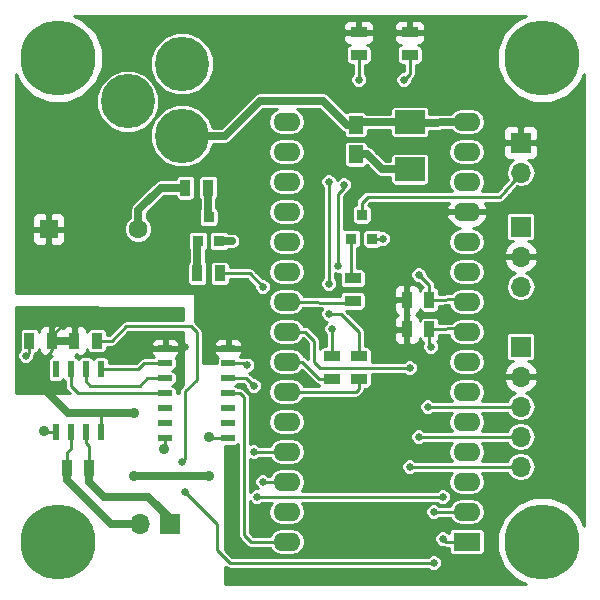
<source format=gtl>
G04 #@! TF.FileFunction,Copper,L1,Top,Signal*
%FSLAX46Y46*%
G04 Gerber Fmt 4.6, Leading zero omitted, Abs format (unit mm)*
G04 Created by KiCad (PCBNEW 4.0.5) date 07/30/17 20:50:31*
%MOMM*%
%LPD*%
G01*
G04 APERTURE LIST*
%ADD10C,0.150000*%
%ADD11R,1.700000X1.700000*%
%ADD12O,1.700000X1.700000*%
%ADD13R,0.914400X0.914400*%
%ADD14R,0.889000X1.397000*%
%ADD15R,1.397000X0.889000*%
%ADD16R,1.600000X1.600000*%
%ADD17C,1.600000*%
%ADD18C,6.350000*%
%ADD19R,0.599440X1.399540*%
%ADD20R,1.143000X0.508000*%
%ADD21C,4.600000*%
%ADD22R,2.286000X1.574800*%
%ADD23O,2.286000X1.574800*%
%ADD24R,1.250000X1.500000*%
%ADD25R,2.500000X2.000000*%
%ADD26C,0.635000*%
%ADD27C,0.889000*%
%ADD28C,0.254000*%
%ADD29C,0.635000*%
G04 APERTURE END LIST*
D10*
D11*
X43180000Y-18288000D03*
D12*
X43180000Y-20828000D03*
X43180000Y-23368000D03*
D11*
X43180000Y-11176000D03*
D12*
X43180000Y-13716000D03*
D13*
X17639000Y-19516000D03*
X15861000Y-19516000D03*
X16750000Y-17484000D03*
D14*
X16702500Y-15000000D03*
X14797500Y-15000000D03*
D15*
X27178000Y-31178500D03*
X27178000Y-29273500D03*
X29464000Y-1841500D03*
X29464000Y-3746500D03*
X29464000Y-31178500D03*
X29464000Y-29273500D03*
D14*
X17702500Y-22250000D03*
X15797500Y-22250000D03*
D16*
X3200000Y-18500000D03*
D17*
X10800000Y-18500000D03*
D18*
X4000000Y-4000000D03*
X45000000Y-4000000D03*
X4000000Y-45000000D03*
X45000000Y-45000000D03*
D14*
X6667500Y-38735000D03*
X4762500Y-38735000D03*
X3492500Y-27940000D03*
X1587500Y-27940000D03*
X7302500Y-27940000D03*
X5397500Y-27940000D03*
D19*
X3810000Y-30353000D03*
X3810000Y-35687000D03*
X5080000Y-30353000D03*
X6350000Y-30353000D03*
X7620000Y-30353000D03*
X5080000Y-35687000D03*
X6350000Y-35687000D03*
X7620000Y-35687000D03*
D13*
X30607000Y-19304000D03*
X28829000Y-19304000D03*
X29718000Y-17272000D03*
D15*
X28956000Y-24574500D03*
X28956000Y-22669500D03*
D20*
X13081000Y-28575000D03*
X13081000Y-29845000D03*
X13081000Y-31115000D03*
X13081000Y-32385000D03*
X13081000Y-33655000D03*
X13081000Y-34925000D03*
X13081000Y-36195000D03*
X18415000Y-36195000D03*
X18415000Y-34925000D03*
X18415000Y-33655000D03*
X18415000Y-32385000D03*
X18415000Y-31115000D03*
X18415000Y-29845000D03*
X18415000Y-28575000D03*
D14*
X33547500Y-24500000D03*
X35452500Y-24500000D03*
X33547500Y-27000000D03*
X35452500Y-27000000D03*
D15*
X33782000Y-1841500D03*
X33782000Y-3746500D03*
D11*
X43180000Y-28448000D03*
D12*
X43180000Y-30988000D03*
X43180000Y-33528000D03*
X43180000Y-36068000D03*
X43180000Y-38608000D03*
D11*
X13500000Y-43500000D03*
D12*
X10960000Y-43500000D03*
D21*
X14500000Y-4500000D03*
X14500000Y-10600000D03*
X9900000Y-7700000D03*
D22*
X38608000Y-44958000D03*
D23*
X38608000Y-42418000D03*
X38608000Y-39878000D03*
X38608000Y-37338000D03*
X38608000Y-34798000D03*
X38608000Y-32258000D03*
X38608000Y-29718000D03*
X38608000Y-27178000D03*
X38608000Y-24638000D03*
X38608000Y-22098000D03*
X38608000Y-19558000D03*
X38608000Y-17018000D03*
X38608000Y-14478000D03*
X38608000Y-11938000D03*
X38608000Y-9398000D03*
X23368000Y-9398000D03*
X23368000Y-11938000D03*
X23368000Y-14478000D03*
X23368000Y-17018000D03*
X23368000Y-19558000D03*
X23368000Y-22098000D03*
X23368000Y-24638000D03*
X23368000Y-27178000D03*
X23368000Y-29718000D03*
X23368000Y-32258000D03*
X23368000Y-34798000D03*
X23368000Y-37338000D03*
X23368000Y-39878000D03*
X23368000Y-42418000D03*
X23368000Y-44958000D03*
D24*
X29210000Y-9672000D03*
X29210000Y-12172000D03*
D25*
X33782000Y-9430000D03*
X33782000Y-13430000D03*
D26*
X34544000Y-22352000D03*
X34544000Y-36068000D03*
X35560000Y-28448000D03*
X35306000Y-33528000D03*
D27*
X16764000Y-36068000D03*
X16764000Y-39370000D03*
X10414000Y-34036000D03*
X10414000Y-39370000D03*
D26*
X4572000Y-26416000D03*
X14732000Y-28448000D03*
X31496000Y-19304000D03*
X31464000Y-13430000D03*
X18750000Y-19500000D03*
D27*
X12954000Y-37084000D03*
X2794000Y-35560000D03*
D26*
X1270000Y-29210000D03*
X26924000Y-14478000D03*
X26924000Y-23114000D03*
X29464000Y-5842000D03*
X26924000Y-25654000D03*
X28194000Y-14732000D03*
X27686000Y-21590000D03*
X27178000Y-26924000D03*
X33274000Y-5842000D03*
X33782000Y-30226000D03*
X33782000Y-38608000D03*
X35814000Y-46736000D03*
X35814000Y-42418000D03*
X14500000Y-38250000D03*
X14750000Y-40750000D03*
X21336000Y-23368000D03*
X21336000Y-39878000D03*
X20828000Y-41148000D03*
X36576000Y-41148000D03*
X36576000Y-44704000D03*
X20000000Y-30000000D03*
X20574000Y-31750000D03*
X20574000Y-37338000D03*
D28*
X43180000Y-36068000D02*
X34544000Y-36068000D01*
X35452500Y-23260500D02*
X35452500Y-24500000D01*
X34544000Y-22352000D02*
X35452500Y-23260500D01*
X35452500Y-24500000D02*
X38378000Y-24408000D01*
X38378000Y-24408000D02*
X38608000Y-24638000D01*
X43180000Y-33528000D02*
X35306000Y-33528000D01*
X35452500Y-28340500D02*
X35452500Y-27000000D01*
X35560000Y-28448000D02*
X35452500Y-28340500D01*
X35452500Y-27000000D02*
X38338000Y-26908000D01*
X38338000Y-26908000D02*
X38608000Y-27178000D01*
D29*
X13500000Y-43500000D02*
X13500000Y-43000000D01*
X13500000Y-43000000D02*
X11648000Y-41148000D01*
X11648000Y-41148000D02*
X7874000Y-41148000D01*
X7874000Y-41148000D02*
X6667500Y-39941500D01*
X6667500Y-39941500D02*
X6667500Y-38735000D01*
X6667500Y-39941500D02*
X6667500Y-38735000D01*
X7874000Y-41148000D02*
X6667500Y-39941500D01*
D28*
X6350000Y-35687000D02*
X6350000Y-36576000D01*
X6350000Y-36576000D02*
X6667500Y-36893500D01*
X6667500Y-36893500D02*
X6667500Y-38735000D01*
D29*
X4762500Y-38735000D02*
X4762500Y-39762500D01*
X8500000Y-43500000D02*
X10960000Y-43500000D01*
X4762500Y-39762500D02*
X8500000Y-43500000D01*
D28*
X5080000Y-35687000D02*
X5080000Y-37084000D01*
X4762500Y-37401500D02*
X4762500Y-38735000D01*
X5080000Y-37084000D02*
X4762500Y-37401500D01*
D29*
X3492500Y-27940000D02*
X5397500Y-27940000D01*
X2540000Y-31750000D02*
X2540000Y-29718000D01*
X10414000Y-34036000D02*
X4826000Y-34036000D01*
X4826000Y-34036000D02*
X2540000Y-31750000D01*
X10414000Y-39370000D02*
X16764000Y-39370000D01*
D28*
X16891000Y-36195000D02*
X16764000Y-36068000D01*
X18415000Y-36195000D02*
X16891000Y-36195000D01*
X7620000Y-34036000D02*
X10414000Y-34036000D01*
X13081000Y-28575000D02*
X14605000Y-28575000D01*
X3492500Y-27495500D02*
X3492500Y-27940000D01*
X4572000Y-26416000D02*
X3492500Y-27495500D01*
X14605000Y-28575000D02*
X14732000Y-28448000D01*
X7620000Y-35687000D02*
X7620000Y-34036000D01*
X3492500Y-28765500D02*
X3492500Y-27940000D01*
X2540000Y-29718000D02*
X3492500Y-28765500D01*
X30607000Y-19304000D02*
X31496000Y-19304000D01*
D29*
X33782000Y-13430000D02*
X31464000Y-13430000D01*
X29210000Y-12172000D02*
X30206000Y-12172000D01*
X30206000Y-12172000D02*
X31464000Y-13430000D01*
X17639000Y-19516000D02*
X18734000Y-19516000D01*
X18734000Y-19516000D02*
X18750000Y-19500000D01*
D28*
X13081000Y-36195000D02*
X13081000Y-36957000D01*
X13081000Y-36957000D02*
X12954000Y-37084000D01*
X3810000Y-35687000D02*
X2921000Y-35687000D01*
X2921000Y-35687000D02*
X2794000Y-35560000D01*
X1587500Y-27940000D02*
X1587500Y-28892500D01*
X1587500Y-28892500D02*
X1270000Y-29210000D01*
D29*
X14797500Y-15000000D02*
X12686000Y-15000000D01*
X10800000Y-16886000D02*
X10800000Y-18500000D01*
X12686000Y-15000000D02*
X10800000Y-16886000D01*
D28*
X26924000Y-23114000D02*
X26924000Y-14478000D01*
X26924000Y-25654000D02*
X27940000Y-25654000D01*
X29464000Y-27178000D02*
X29464000Y-29273500D01*
X27940000Y-25654000D02*
X29464000Y-27178000D01*
X29464000Y-5842000D02*
X29464000Y-3746500D01*
X28194000Y-14986000D02*
X28194000Y-14732000D01*
X27686000Y-15494000D02*
X28194000Y-14986000D01*
X27686000Y-21590000D02*
X27686000Y-15494000D01*
X27178000Y-29273500D02*
X27178000Y-26924000D01*
X33274000Y-5842000D02*
X33782000Y-5334000D01*
X33782000Y-5334000D02*
X33782000Y-3746500D01*
X36830000Y-15748000D02*
X30226000Y-15748000D01*
X29718000Y-16256000D02*
X29718000Y-17272000D01*
X30226000Y-15748000D02*
X29718000Y-16256000D01*
X40386000Y-15748000D02*
X41402000Y-15748000D01*
X41860000Y-15290000D02*
X43180000Y-13716000D01*
X41402000Y-15748000D02*
X41860000Y-15290000D01*
X36830000Y-15748000D02*
X40386000Y-15748000D01*
X42722000Y-14174000D02*
X43180000Y-13716000D01*
D29*
X15797500Y-22250000D02*
X15797500Y-19579500D01*
X15797500Y-19579500D02*
X15861000Y-19516000D01*
X16702500Y-15000000D02*
X16702500Y-17436500D01*
X16702500Y-17436500D02*
X16750000Y-17484000D01*
D28*
X28829000Y-19304000D02*
X28829000Y-22542500D01*
X28829000Y-22542500D02*
X28956000Y-22669500D01*
X43180000Y-38608000D02*
X33782000Y-38608000D01*
X33782000Y-30226000D02*
X30480000Y-30226000D01*
X27686000Y-30226000D02*
X30480000Y-30226000D01*
X26162000Y-30226000D02*
X25654000Y-29718000D01*
X25654000Y-29718000D02*
X25654000Y-27940000D01*
X25654000Y-27940000D02*
X24892000Y-27178000D01*
X24892000Y-27178000D02*
X23368000Y-27178000D01*
X27686000Y-30226000D02*
X26162000Y-30226000D01*
X23368000Y-27178000D02*
X23972000Y-27178000D01*
X23368000Y-24638000D02*
X28800500Y-24730000D01*
X28800500Y-24730000D02*
X28956000Y-24574500D01*
X38608000Y-42418000D02*
X35814000Y-42418000D01*
X35814000Y-46736000D02*
X33020000Y-46736000D01*
X18556000Y-46750000D02*
X17500000Y-45694000D01*
X33006000Y-46750000D02*
X18556000Y-46750000D01*
X33020000Y-46736000D02*
X33006000Y-46750000D01*
X7302500Y-27940000D02*
X8560000Y-27940000D01*
X15750000Y-31250000D02*
X14750000Y-32250000D01*
X15750000Y-27250000D02*
X15750000Y-31250000D01*
X15250000Y-26750000D02*
X15750000Y-27250000D01*
X9750000Y-26750000D02*
X15250000Y-26750000D01*
X8560000Y-27940000D02*
X9750000Y-26750000D01*
X17500000Y-45694000D02*
X17500000Y-43500000D01*
X14750000Y-38000000D02*
X14750000Y-32250000D01*
X14500000Y-38250000D02*
X14750000Y-38000000D01*
X17500000Y-43500000D02*
X14750000Y-40750000D01*
X23368000Y-39878000D02*
X21336000Y-39878000D01*
X20218000Y-22250000D02*
X17702500Y-22250000D01*
X21336000Y-23368000D02*
X20218000Y-22250000D01*
X23368000Y-39878000D02*
X22720000Y-39970000D01*
X23368000Y-32258000D02*
X29210000Y-32258000D01*
X29464000Y-32004000D02*
X29464000Y-31178500D01*
X29210000Y-32258000D02*
X29464000Y-32004000D01*
X23368000Y-29718000D02*
X24638000Y-29718000D01*
X26098500Y-31178500D02*
X27178000Y-31178500D01*
X24638000Y-29718000D02*
X26098500Y-31178500D01*
X28702000Y-41148000D02*
X20828000Y-41148000D01*
X38608000Y-44958000D02*
X36830000Y-44958000D01*
X36576000Y-41148000D02*
X28702000Y-41148000D01*
X36830000Y-44958000D02*
X36576000Y-44704000D01*
X19845000Y-29845000D02*
X18415000Y-29845000D01*
X20000000Y-30000000D02*
X19845000Y-29845000D01*
X19939000Y-31115000D02*
X18415000Y-31115000D01*
X20574000Y-31750000D02*
X19939000Y-31115000D01*
X23368000Y-37338000D02*
X20574000Y-37338000D01*
X23368000Y-44958000D02*
X20320000Y-44958000D01*
X19750000Y-44388000D02*
X19750000Y-43880000D01*
X20320000Y-44958000D02*
X19750000Y-44388000D01*
X19750000Y-43880000D02*
X19750000Y-32750000D01*
X19385000Y-32385000D02*
X19750000Y-32750000D01*
X18415000Y-32385000D02*
X19385000Y-32385000D01*
X22300000Y-45050000D02*
X23368000Y-44958000D01*
D29*
X29210000Y-9672000D02*
X28468000Y-9672000D01*
X21082000Y-7620000D02*
X18102000Y-10600000D01*
X26416000Y-7620000D02*
X21082000Y-7620000D01*
X28468000Y-9672000D02*
X26416000Y-7620000D01*
X18102000Y-10600000D02*
X14500000Y-10600000D01*
X33782000Y-9430000D02*
X29452000Y-9430000D01*
X29452000Y-9430000D02*
X29210000Y-9672000D01*
X38608000Y-9398000D02*
X33842000Y-9490000D01*
X33842000Y-9490000D02*
X33782000Y-9430000D01*
X14500000Y-10600000D02*
X15308000Y-10600000D01*
D28*
X13081000Y-32385000D02*
X5715000Y-32385000D01*
X5080000Y-31750000D02*
X5080000Y-30353000D01*
X5715000Y-32385000D02*
X5080000Y-31750000D01*
X13081000Y-31115000D02*
X11557000Y-31115000D01*
X6350000Y-31369002D02*
X6350000Y-30353000D01*
X6730998Y-31750000D02*
X6350000Y-31369002D01*
X10922000Y-31750000D02*
X6730998Y-31750000D01*
X11557000Y-31115000D02*
X10922000Y-31750000D01*
X7620000Y-30353000D02*
X10795000Y-30353000D01*
X11303000Y-29845000D02*
X13081000Y-29845000D01*
X10795000Y-30353000D02*
X11303000Y-29845000D01*
G36*
X14605000Y-31676580D02*
X14390790Y-31890790D01*
X14280669Y-32055597D01*
X14242000Y-32250000D01*
X14242000Y-32385000D01*
X14040964Y-32385000D01*
X14040964Y-32131000D01*
X14014397Y-31989810D01*
X13930954Y-31860135D01*
X13803634Y-31773141D01*
X13690712Y-31750274D01*
X13793690Y-31730897D01*
X13923365Y-31647454D01*
X14010359Y-31520134D01*
X14040964Y-31369000D01*
X14040964Y-30861000D01*
X14014397Y-30719810D01*
X13930954Y-30590135D01*
X13803634Y-30503141D01*
X13690712Y-30480274D01*
X13793690Y-30460897D01*
X13923365Y-30377454D01*
X14010359Y-30250134D01*
X14040964Y-30099000D01*
X14040964Y-29591000D01*
X14014397Y-29449810D01*
X13972028Y-29383966D01*
X14012199Y-29367327D01*
X14190827Y-29188698D01*
X14287500Y-28955309D01*
X14287500Y-28860750D01*
X14128750Y-28702000D01*
X13208000Y-28702000D01*
X13208000Y-28722000D01*
X12954000Y-28722000D01*
X12954000Y-28702000D01*
X12033250Y-28702000D01*
X11874500Y-28860750D01*
X11874500Y-28955309D01*
X11971173Y-29188698D01*
X12119474Y-29337000D01*
X11303000Y-29337000D01*
X11108597Y-29375669D01*
X11108595Y-29375670D01*
X11108596Y-29375670D01*
X10943789Y-29485790D01*
X10584580Y-29845000D01*
X8308184Y-29845000D01*
X8308184Y-29653230D01*
X8281617Y-29512040D01*
X8198174Y-29382365D01*
X8070854Y-29295371D01*
X7919720Y-29264766D01*
X7320280Y-29264766D01*
X7179090Y-29291333D01*
X7049415Y-29374776D01*
X6984461Y-29469839D01*
X6928174Y-29382365D01*
X6800854Y-29295371D01*
X6649720Y-29264766D01*
X6050280Y-29264766D01*
X5909090Y-29291333D01*
X5779415Y-29374776D01*
X5714461Y-29469839D01*
X5658174Y-29382365D01*
X5530854Y-29295371D01*
X5422850Y-29273500D01*
X5524502Y-29273500D01*
X5524502Y-29114752D01*
X5683250Y-29273500D01*
X5968309Y-29273500D01*
X6201698Y-29176827D01*
X6380327Y-28998199D01*
X6477000Y-28764810D01*
X6477000Y-28678167D01*
X6496103Y-28779690D01*
X6579546Y-28909365D01*
X6706866Y-28996359D01*
X6858000Y-29026964D01*
X7747000Y-29026964D01*
X7888190Y-29000397D01*
X8017865Y-28916954D01*
X8104859Y-28789634D01*
X8135464Y-28638500D01*
X8135464Y-28448000D01*
X8560000Y-28448000D01*
X8754403Y-28409331D01*
X8919210Y-28299210D01*
X9023729Y-28194691D01*
X11874500Y-28194691D01*
X11874500Y-28289250D01*
X12033250Y-28448000D01*
X12954000Y-28448000D01*
X12954000Y-27844750D01*
X13208000Y-27844750D01*
X13208000Y-28448000D01*
X14128750Y-28448000D01*
X14287500Y-28289250D01*
X14287500Y-28194691D01*
X14190827Y-27961302D01*
X14012199Y-27782673D01*
X13778810Y-27686000D01*
X13366750Y-27686000D01*
X13208000Y-27844750D01*
X12954000Y-27844750D01*
X12795250Y-27686000D01*
X12383190Y-27686000D01*
X12149801Y-27782673D01*
X11971173Y-27961302D01*
X11874500Y-28194691D01*
X9023729Y-28194691D01*
X9960420Y-27258000D01*
X14605000Y-27258000D01*
X14605000Y-31676580D01*
X14605000Y-31676580D01*
G37*
X14605000Y-31676580D02*
X14390790Y-31890790D01*
X14280669Y-32055597D01*
X14242000Y-32250000D01*
X14242000Y-32385000D01*
X14040964Y-32385000D01*
X14040964Y-32131000D01*
X14014397Y-31989810D01*
X13930954Y-31860135D01*
X13803634Y-31773141D01*
X13690712Y-31750274D01*
X13793690Y-31730897D01*
X13923365Y-31647454D01*
X14010359Y-31520134D01*
X14040964Y-31369000D01*
X14040964Y-30861000D01*
X14014397Y-30719810D01*
X13930954Y-30590135D01*
X13803634Y-30503141D01*
X13690712Y-30480274D01*
X13793690Y-30460897D01*
X13923365Y-30377454D01*
X14010359Y-30250134D01*
X14040964Y-30099000D01*
X14040964Y-29591000D01*
X14014397Y-29449810D01*
X13972028Y-29383966D01*
X14012199Y-29367327D01*
X14190827Y-29188698D01*
X14287500Y-28955309D01*
X14287500Y-28860750D01*
X14128750Y-28702000D01*
X13208000Y-28702000D01*
X13208000Y-28722000D01*
X12954000Y-28722000D01*
X12954000Y-28702000D01*
X12033250Y-28702000D01*
X11874500Y-28860750D01*
X11874500Y-28955309D01*
X11971173Y-29188698D01*
X12119474Y-29337000D01*
X11303000Y-29337000D01*
X11108597Y-29375669D01*
X11108595Y-29375670D01*
X11108596Y-29375670D01*
X10943789Y-29485790D01*
X10584580Y-29845000D01*
X8308184Y-29845000D01*
X8308184Y-29653230D01*
X8281617Y-29512040D01*
X8198174Y-29382365D01*
X8070854Y-29295371D01*
X7919720Y-29264766D01*
X7320280Y-29264766D01*
X7179090Y-29291333D01*
X7049415Y-29374776D01*
X6984461Y-29469839D01*
X6928174Y-29382365D01*
X6800854Y-29295371D01*
X6649720Y-29264766D01*
X6050280Y-29264766D01*
X5909090Y-29291333D01*
X5779415Y-29374776D01*
X5714461Y-29469839D01*
X5658174Y-29382365D01*
X5530854Y-29295371D01*
X5422850Y-29273500D01*
X5524502Y-29273500D01*
X5524502Y-29114752D01*
X5683250Y-29273500D01*
X5968309Y-29273500D01*
X6201698Y-29176827D01*
X6380327Y-28998199D01*
X6477000Y-28764810D01*
X6477000Y-28678167D01*
X6496103Y-28779690D01*
X6579546Y-28909365D01*
X6706866Y-28996359D01*
X6858000Y-29026964D01*
X7747000Y-29026964D01*
X7888190Y-29000397D01*
X8017865Y-28916954D01*
X8104859Y-28789634D01*
X8135464Y-28638500D01*
X8135464Y-28448000D01*
X8560000Y-28448000D01*
X8754403Y-28409331D01*
X8919210Y-28299210D01*
X9023729Y-28194691D01*
X11874500Y-28194691D01*
X11874500Y-28289250D01*
X12033250Y-28448000D01*
X12954000Y-28448000D01*
X12954000Y-27844750D01*
X13208000Y-27844750D01*
X13208000Y-28448000D01*
X14128750Y-28448000D01*
X14287500Y-28289250D01*
X14287500Y-28194691D01*
X14190827Y-27961302D01*
X14012199Y-27782673D01*
X13778810Y-27686000D01*
X13366750Y-27686000D01*
X13208000Y-27844750D01*
X12954000Y-27844750D01*
X12795250Y-27686000D01*
X12383190Y-27686000D01*
X12149801Y-27782673D01*
X11971173Y-27961302D01*
X11874500Y-28194691D01*
X9023729Y-28194691D01*
X9960420Y-27258000D01*
X14605000Y-27258000D01*
X14605000Y-31676580D01*
G36*
X14605000Y-25208295D02*
X14605000Y-26242000D01*
X9750000Y-26242000D01*
X9555596Y-26280669D01*
X9390790Y-26390790D01*
X8349580Y-27432000D01*
X8135464Y-27432000D01*
X8135464Y-27241500D01*
X8108897Y-27100310D01*
X8025454Y-26970635D01*
X7898134Y-26883641D01*
X7747000Y-26853036D01*
X6858000Y-26853036D01*
X6716810Y-26879603D01*
X6587135Y-26963046D01*
X6500141Y-27090366D01*
X6477000Y-27204641D01*
X6477000Y-27115190D01*
X6380327Y-26881801D01*
X6201698Y-26703173D01*
X5968309Y-26606500D01*
X5683250Y-26606500D01*
X5524500Y-26765250D01*
X5524500Y-27813000D01*
X5544500Y-27813000D01*
X5544500Y-28067000D01*
X5524500Y-28067000D01*
X5524500Y-28087000D01*
X5270500Y-28087000D01*
X5270500Y-28067000D01*
X4476750Y-28067000D01*
X4445000Y-28098750D01*
X4413250Y-28067000D01*
X3619500Y-28067000D01*
X3619500Y-28087000D01*
X3365500Y-28087000D01*
X3365500Y-28067000D01*
X3345500Y-28067000D01*
X3345500Y-27813000D01*
X3365500Y-27813000D01*
X3365500Y-26765250D01*
X3619500Y-26765250D01*
X3619500Y-27813000D01*
X4413250Y-27813000D01*
X4445000Y-27781250D01*
X4476750Y-27813000D01*
X5270500Y-27813000D01*
X5270500Y-26765250D01*
X5111750Y-26606500D01*
X4826691Y-26606500D01*
X4593302Y-26703173D01*
X4445000Y-26851474D01*
X4296698Y-26703173D01*
X4063309Y-26606500D01*
X3778250Y-26606500D01*
X3619500Y-26765250D01*
X3365500Y-26765250D01*
X3206750Y-26606500D01*
X2921691Y-26606500D01*
X2688302Y-26703173D01*
X2509673Y-26881801D01*
X2413000Y-27115190D01*
X2413000Y-27201833D01*
X2393897Y-27100310D01*
X2310454Y-26970635D01*
X2183134Y-26883641D01*
X2032000Y-26853036D01*
X1143000Y-26853036D01*
X1001810Y-26879603D01*
X872135Y-26963046D01*
X785141Y-27090366D01*
X754536Y-27241500D01*
X754536Y-28638500D01*
X770234Y-28721928D01*
X678186Y-28813815D01*
X571622Y-29070450D01*
X571379Y-29348331D01*
X677496Y-29605151D01*
X873815Y-29801814D01*
X1130450Y-29908378D01*
X1408331Y-29908621D01*
X1665151Y-29802504D01*
X1861814Y-29606185D01*
X1968378Y-29349550D01*
X1968492Y-29219111D01*
X2056831Y-29086903D01*
X2070183Y-29019779D01*
X2173190Y-29000397D01*
X2302865Y-28916954D01*
X2389859Y-28789634D01*
X2413000Y-28675359D01*
X2413000Y-28764810D01*
X2509673Y-28998199D01*
X2688302Y-29176827D01*
X2921691Y-29273500D01*
X3206750Y-29273500D01*
X3365498Y-29114752D01*
X3365498Y-29273500D01*
X3463863Y-29273500D01*
X3369090Y-29291333D01*
X3239415Y-29374776D01*
X3152421Y-29502096D01*
X3121816Y-29653230D01*
X3121816Y-31052770D01*
X3148383Y-31193960D01*
X3231826Y-31323635D01*
X3359146Y-31410629D01*
X3510280Y-31441234D01*
X4109720Y-31441234D01*
X4250910Y-31414667D01*
X4380585Y-31331224D01*
X4445539Y-31236161D01*
X4501826Y-31323635D01*
X4572000Y-31371583D01*
X4572000Y-31750000D01*
X4610669Y-31944403D01*
X4720790Y-32109210D01*
X4996580Y-32385000D01*
X431000Y-32385000D01*
X431000Y-25129401D01*
X14605000Y-25208295D01*
X14605000Y-25208295D01*
G37*
X14605000Y-25208295D02*
X14605000Y-26242000D01*
X9750000Y-26242000D01*
X9555596Y-26280669D01*
X9390790Y-26390790D01*
X8349580Y-27432000D01*
X8135464Y-27432000D01*
X8135464Y-27241500D01*
X8108897Y-27100310D01*
X8025454Y-26970635D01*
X7898134Y-26883641D01*
X7747000Y-26853036D01*
X6858000Y-26853036D01*
X6716810Y-26879603D01*
X6587135Y-26963046D01*
X6500141Y-27090366D01*
X6477000Y-27204641D01*
X6477000Y-27115190D01*
X6380327Y-26881801D01*
X6201698Y-26703173D01*
X5968309Y-26606500D01*
X5683250Y-26606500D01*
X5524500Y-26765250D01*
X5524500Y-27813000D01*
X5544500Y-27813000D01*
X5544500Y-28067000D01*
X5524500Y-28067000D01*
X5524500Y-28087000D01*
X5270500Y-28087000D01*
X5270500Y-28067000D01*
X4476750Y-28067000D01*
X4445000Y-28098750D01*
X4413250Y-28067000D01*
X3619500Y-28067000D01*
X3619500Y-28087000D01*
X3365500Y-28087000D01*
X3365500Y-28067000D01*
X3345500Y-28067000D01*
X3345500Y-27813000D01*
X3365500Y-27813000D01*
X3365500Y-26765250D01*
X3619500Y-26765250D01*
X3619500Y-27813000D01*
X4413250Y-27813000D01*
X4445000Y-27781250D01*
X4476750Y-27813000D01*
X5270500Y-27813000D01*
X5270500Y-26765250D01*
X5111750Y-26606500D01*
X4826691Y-26606500D01*
X4593302Y-26703173D01*
X4445000Y-26851474D01*
X4296698Y-26703173D01*
X4063309Y-26606500D01*
X3778250Y-26606500D01*
X3619500Y-26765250D01*
X3365500Y-26765250D01*
X3206750Y-26606500D01*
X2921691Y-26606500D01*
X2688302Y-26703173D01*
X2509673Y-26881801D01*
X2413000Y-27115190D01*
X2413000Y-27201833D01*
X2393897Y-27100310D01*
X2310454Y-26970635D01*
X2183134Y-26883641D01*
X2032000Y-26853036D01*
X1143000Y-26853036D01*
X1001810Y-26879603D01*
X872135Y-26963046D01*
X785141Y-27090366D01*
X754536Y-27241500D01*
X754536Y-28638500D01*
X770234Y-28721928D01*
X678186Y-28813815D01*
X571622Y-29070450D01*
X571379Y-29348331D01*
X677496Y-29605151D01*
X873815Y-29801814D01*
X1130450Y-29908378D01*
X1408331Y-29908621D01*
X1665151Y-29802504D01*
X1861814Y-29606185D01*
X1968378Y-29349550D01*
X1968492Y-29219111D01*
X2056831Y-29086903D01*
X2070183Y-29019779D01*
X2173190Y-29000397D01*
X2302865Y-28916954D01*
X2389859Y-28789634D01*
X2413000Y-28675359D01*
X2413000Y-28764810D01*
X2509673Y-28998199D01*
X2688302Y-29176827D01*
X2921691Y-29273500D01*
X3206750Y-29273500D01*
X3365498Y-29114752D01*
X3365498Y-29273500D01*
X3463863Y-29273500D01*
X3369090Y-29291333D01*
X3239415Y-29374776D01*
X3152421Y-29502096D01*
X3121816Y-29653230D01*
X3121816Y-31052770D01*
X3148383Y-31193960D01*
X3231826Y-31323635D01*
X3359146Y-31410629D01*
X3510280Y-31441234D01*
X4109720Y-31441234D01*
X4250910Y-31414667D01*
X4380585Y-31331224D01*
X4445539Y-31236161D01*
X4501826Y-31323635D01*
X4572000Y-31371583D01*
X4572000Y-31750000D01*
X4610669Y-31944403D01*
X4720790Y-32109210D01*
X4996580Y-32385000D01*
X431000Y-32385000D01*
X431000Y-25129401D01*
X14605000Y-25208295D01*
G36*
X42844628Y-768156D02*
X41771923Y-1838991D01*
X41190663Y-3238819D01*
X41189340Y-4754531D01*
X41768156Y-6155372D01*
X42838991Y-7228077D01*
X44238819Y-7809337D01*
X45754531Y-7810660D01*
X47155372Y-7231844D01*
X48228077Y-6161009D01*
X48569000Y-5339976D01*
X48569000Y-43660607D01*
X48231844Y-42844628D01*
X47161009Y-41771923D01*
X45761181Y-41190663D01*
X44245469Y-41189340D01*
X42844628Y-41768156D01*
X41771923Y-42838991D01*
X41190663Y-44238819D01*
X41189340Y-45754531D01*
X41768156Y-47155372D01*
X42838991Y-48228077D01*
X43660024Y-48569000D01*
X18161000Y-48569000D01*
X18161000Y-47073421D01*
X18196790Y-47109211D01*
X18361597Y-47219331D01*
X18556000Y-47258000D01*
X33006000Y-47258000D01*
X33076383Y-47244000D01*
X35334148Y-47244000D01*
X35417815Y-47327814D01*
X35674450Y-47434378D01*
X35952331Y-47434621D01*
X36209151Y-47328504D01*
X36405814Y-47132185D01*
X36512378Y-46875550D01*
X36512621Y-46597669D01*
X36406504Y-46340849D01*
X36210185Y-46144186D01*
X35953550Y-46037622D01*
X35675669Y-46037379D01*
X35418849Y-46143496D01*
X35334197Y-46228000D01*
X33020000Y-46228000D01*
X32949617Y-46242000D01*
X18766421Y-46242000D01*
X18161000Y-45636580D01*
X18161000Y-36837464D01*
X18986500Y-36837464D01*
X19127690Y-36810897D01*
X19242000Y-36737341D01*
X19242000Y-44388000D01*
X19280669Y-44582403D01*
X19390790Y-44747210D01*
X19960790Y-45317210D01*
X20125597Y-45427331D01*
X20320000Y-45466000D01*
X21943756Y-45466000D01*
X22156359Y-45784184D01*
X22535416Y-46037461D01*
X22982543Y-46126400D01*
X23753457Y-46126400D01*
X24200584Y-46037461D01*
X24579641Y-45784184D01*
X24832918Y-45405127D01*
X24921857Y-44958000D01*
X24898850Y-44842331D01*
X35877379Y-44842331D01*
X35983496Y-45099151D01*
X36179815Y-45295814D01*
X36436450Y-45402378D01*
X36598464Y-45402520D01*
X36635596Y-45427331D01*
X36654042Y-45431000D01*
X36830000Y-45466000D01*
X37076536Y-45466000D01*
X37076536Y-45745400D01*
X37103103Y-45886590D01*
X37186546Y-46016265D01*
X37313866Y-46103259D01*
X37465000Y-46133864D01*
X39751000Y-46133864D01*
X39892190Y-46107297D01*
X40021865Y-46023854D01*
X40108859Y-45896534D01*
X40139464Y-45745400D01*
X40139464Y-44170600D01*
X40112897Y-44029410D01*
X40029454Y-43899735D01*
X39902134Y-43812741D01*
X39751000Y-43782136D01*
X37465000Y-43782136D01*
X37323810Y-43808703D01*
X37194135Y-43892146D01*
X37107141Y-44019466D01*
X37076536Y-44170600D01*
X37076536Y-44216720D01*
X36972185Y-44112186D01*
X36715550Y-44005622D01*
X36437669Y-44005379D01*
X36180849Y-44111496D01*
X35984186Y-44307815D01*
X35877622Y-44564450D01*
X35877379Y-44842331D01*
X24898850Y-44842331D01*
X24832918Y-44510873D01*
X24579641Y-44131816D01*
X24200584Y-43878539D01*
X23753457Y-43789600D01*
X22982543Y-43789600D01*
X22535416Y-43878539D01*
X22156359Y-44131816D01*
X21943756Y-44450000D01*
X20530420Y-44450000D01*
X20258000Y-44177580D01*
X20258000Y-41565694D01*
X20431815Y-41739814D01*
X20688450Y-41846378D01*
X20966331Y-41846621D01*
X21223151Y-41740504D01*
X21307803Y-41656000D01*
X22113473Y-41656000D01*
X21903082Y-41970873D01*
X21814143Y-42418000D01*
X21903082Y-42865127D01*
X22156359Y-43244184D01*
X22535416Y-43497461D01*
X22982543Y-43586400D01*
X23753457Y-43586400D01*
X24200584Y-43497461D01*
X24579641Y-43244184D01*
X24832918Y-42865127D01*
X24894341Y-42556331D01*
X35115379Y-42556331D01*
X35221496Y-42813151D01*
X35417815Y-43009814D01*
X35674450Y-43116378D01*
X35952331Y-43116621D01*
X36209151Y-43010504D01*
X36293803Y-42926000D01*
X37183756Y-42926000D01*
X37396359Y-43244184D01*
X37775416Y-43497461D01*
X38222543Y-43586400D01*
X38993457Y-43586400D01*
X39440584Y-43497461D01*
X39819641Y-43244184D01*
X40072918Y-42865127D01*
X40161857Y-42418000D01*
X40072918Y-41970873D01*
X39819641Y-41591816D01*
X39440584Y-41338539D01*
X38993457Y-41249600D01*
X38222543Y-41249600D01*
X37775416Y-41338539D01*
X37396359Y-41591816D01*
X37183756Y-41910000D01*
X36293852Y-41910000D01*
X36210185Y-41826186D01*
X35953550Y-41719622D01*
X35675669Y-41719379D01*
X35418849Y-41825496D01*
X35222186Y-42021815D01*
X35115622Y-42278450D01*
X35115379Y-42556331D01*
X24894341Y-42556331D01*
X24921857Y-42418000D01*
X24832918Y-41970873D01*
X24622527Y-41656000D01*
X36096148Y-41656000D01*
X36179815Y-41739814D01*
X36436450Y-41846378D01*
X36714331Y-41846621D01*
X36971151Y-41740504D01*
X37167814Y-41544185D01*
X37274378Y-41287550D01*
X37274621Y-41009669D01*
X37168504Y-40752849D01*
X36972185Y-40556186D01*
X36715550Y-40449622D01*
X36437669Y-40449379D01*
X36180849Y-40555496D01*
X36096197Y-40640000D01*
X24622527Y-40640000D01*
X24832918Y-40325127D01*
X24921857Y-39878000D01*
X24832918Y-39430873D01*
X24579641Y-39051816D01*
X24200584Y-38798539D01*
X23938117Y-38746331D01*
X33083379Y-38746331D01*
X33189496Y-39003151D01*
X33385815Y-39199814D01*
X33642450Y-39306378D01*
X33920331Y-39306621D01*
X34177151Y-39200504D01*
X34261803Y-39116000D01*
X37353473Y-39116000D01*
X37143082Y-39430873D01*
X37054143Y-39878000D01*
X37143082Y-40325127D01*
X37396359Y-40704184D01*
X37775416Y-40957461D01*
X38222543Y-41046400D01*
X38993457Y-41046400D01*
X39440584Y-40957461D01*
X39819641Y-40704184D01*
X40072918Y-40325127D01*
X40161857Y-39878000D01*
X40072918Y-39430873D01*
X39862527Y-39116000D01*
X42043254Y-39116000D01*
X42285435Y-39478448D01*
X42684800Y-39745296D01*
X43155883Y-39839000D01*
X43204117Y-39839000D01*
X43675200Y-39745296D01*
X44074565Y-39478448D01*
X44341413Y-39079083D01*
X44435117Y-38608000D01*
X44341413Y-38136917D01*
X44074565Y-37737552D01*
X43675200Y-37470704D01*
X43204117Y-37377000D01*
X43155883Y-37377000D01*
X42684800Y-37470704D01*
X42285435Y-37737552D01*
X42043254Y-38100000D01*
X39862527Y-38100000D01*
X40072918Y-37785127D01*
X40161857Y-37338000D01*
X40072918Y-36890873D01*
X39862527Y-36576000D01*
X42043254Y-36576000D01*
X42285435Y-36938448D01*
X42684800Y-37205296D01*
X43155883Y-37299000D01*
X43204117Y-37299000D01*
X43675200Y-37205296D01*
X44074565Y-36938448D01*
X44341413Y-36539083D01*
X44435117Y-36068000D01*
X44341413Y-35596917D01*
X44074565Y-35197552D01*
X43675200Y-34930704D01*
X43204117Y-34837000D01*
X43155883Y-34837000D01*
X42684800Y-34930704D01*
X42285435Y-35197552D01*
X42043254Y-35560000D01*
X39862527Y-35560000D01*
X40072918Y-35245127D01*
X40161857Y-34798000D01*
X40072918Y-34350873D01*
X39862527Y-34036000D01*
X42043254Y-34036000D01*
X42285435Y-34398448D01*
X42684800Y-34665296D01*
X43155883Y-34759000D01*
X43204117Y-34759000D01*
X43675200Y-34665296D01*
X44074565Y-34398448D01*
X44341413Y-33999083D01*
X44435117Y-33528000D01*
X44341413Y-33056917D01*
X44074565Y-32657552D01*
X43675200Y-32390704D01*
X43636053Y-32382917D01*
X44061358Y-32183183D01*
X44451645Y-31754924D01*
X44621476Y-31344890D01*
X44500155Y-31115000D01*
X43307000Y-31115000D01*
X43307000Y-31135000D01*
X43053000Y-31135000D01*
X43053000Y-31115000D01*
X41859845Y-31115000D01*
X41738524Y-31344890D01*
X41908355Y-31754924D01*
X42298642Y-32183183D01*
X42723947Y-32382917D01*
X42684800Y-32390704D01*
X42285435Y-32657552D01*
X42043254Y-33020000D01*
X39862527Y-33020000D01*
X40072918Y-32705127D01*
X40161857Y-32258000D01*
X40072918Y-31810873D01*
X39819641Y-31431816D01*
X39440584Y-31178539D01*
X38993457Y-31089600D01*
X38222543Y-31089600D01*
X37775416Y-31178539D01*
X37396359Y-31431816D01*
X37143082Y-31810873D01*
X37054143Y-32258000D01*
X37143082Y-32705127D01*
X37353473Y-33020000D01*
X35785852Y-33020000D01*
X35702185Y-32936186D01*
X35445550Y-32829622D01*
X35167669Y-32829379D01*
X34910849Y-32935496D01*
X34714186Y-33131815D01*
X34607622Y-33388450D01*
X34607379Y-33666331D01*
X34713496Y-33923151D01*
X34909815Y-34119814D01*
X35166450Y-34226378D01*
X35444331Y-34226621D01*
X35701151Y-34120504D01*
X35785803Y-34036000D01*
X37353473Y-34036000D01*
X37143082Y-34350873D01*
X37054143Y-34798000D01*
X37143082Y-35245127D01*
X37353473Y-35560000D01*
X35023852Y-35560000D01*
X34940185Y-35476186D01*
X34683550Y-35369622D01*
X34405669Y-35369379D01*
X34148849Y-35475496D01*
X33952186Y-35671815D01*
X33845622Y-35928450D01*
X33845379Y-36206331D01*
X33951496Y-36463151D01*
X34147815Y-36659814D01*
X34404450Y-36766378D01*
X34682331Y-36766621D01*
X34939151Y-36660504D01*
X35023803Y-36576000D01*
X37353473Y-36576000D01*
X37143082Y-36890873D01*
X37054143Y-37338000D01*
X37143082Y-37785127D01*
X37353473Y-38100000D01*
X34261852Y-38100000D01*
X34178185Y-38016186D01*
X33921550Y-37909622D01*
X33643669Y-37909379D01*
X33386849Y-38015496D01*
X33190186Y-38211815D01*
X33083622Y-38468450D01*
X33083379Y-38746331D01*
X23938117Y-38746331D01*
X23753457Y-38709600D01*
X22982543Y-38709600D01*
X22535416Y-38798539D01*
X22156359Y-39051816D01*
X21943756Y-39370000D01*
X21815852Y-39370000D01*
X21732185Y-39286186D01*
X21475550Y-39179622D01*
X21197669Y-39179379D01*
X20940849Y-39285496D01*
X20744186Y-39481815D01*
X20637622Y-39738450D01*
X20637379Y-40016331D01*
X20743496Y-40273151D01*
X20919616Y-40449580D01*
X20689669Y-40449379D01*
X20432849Y-40555496D01*
X20258000Y-40730039D01*
X20258000Y-37963110D01*
X20434450Y-38036378D01*
X20712331Y-38036621D01*
X20969151Y-37930504D01*
X21053803Y-37846000D01*
X21943756Y-37846000D01*
X22156359Y-38164184D01*
X22535416Y-38417461D01*
X22982543Y-38506400D01*
X23753457Y-38506400D01*
X24200584Y-38417461D01*
X24579641Y-38164184D01*
X24832918Y-37785127D01*
X24921857Y-37338000D01*
X24832918Y-36890873D01*
X24579641Y-36511816D01*
X24200584Y-36258539D01*
X23753457Y-36169600D01*
X22982543Y-36169600D01*
X22535416Y-36258539D01*
X22156359Y-36511816D01*
X21943756Y-36830000D01*
X21053852Y-36830000D01*
X20970185Y-36746186D01*
X20713550Y-36639622D01*
X20435669Y-36639379D01*
X20258000Y-36712791D01*
X20258000Y-34798000D01*
X21814143Y-34798000D01*
X21903082Y-35245127D01*
X22156359Y-35624184D01*
X22535416Y-35877461D01*
X22982543Y-35966400D01*
X23753457Y-35966400D01*
X24200584Y-35877461D01*
X24579641Y-35624184D01*
X24832918Y-35245127D01*
X24921857Y-34798000D01*
X24832918Y-34350873D01*
X24579641Y-33971816D01*
X24200584Y-33718539D01*
X23753457Y-33629600D01*
X22982543Y-33629600D01*
X22535416Y-33718539D01*
X22156359Y-33971816D01*
X21903082Y-34350873D01*
X21814143Y-34798000D01*
X20258000Y-34798000D01*
X20258000Y-32750000D01*
X20219331Y-32555597D01*
X20109210Y-32390790D01*
X19744210Y-32025790D01*
X19579403Y-31915669D01*
X19385000Y-31877000D01*
X19275806Y-31877000D01*
X19264954Y-31860135D01*
X19137634Y-31773141D01*
X19024712Y-31750274D01*
X19127690Y-31730897D01*
X19257365Y-31647454D01*
X19274074Y-31623000D01*
X19728580Y-31623000D01*
X19875483Y-31769903D01*
X19875379Y-31888331D01*
X19981496Y-32145151D01*
X20177815Y-32341814D01*
X20434450Y-32448378D01*
X20712331Y-32448621D01*
X20969151Y-32342504D01*
X21165814Y-32146185D01*
X21272378Y-31889550D01*
X21272621Y-31611669D01*
X21166504Y-31354849D01*
X20970185Y-31158186D01*
X20713550Y-31051622D01*
X20593938Y-31051517D01*
X20298210Y-30755790D01*
X20184253Y-30679646D01*
X20395151Y-30592504D01*
X20591814Y-30396185D01*
X20698378Y-30139550D01*
X20698621Y-29861669D01*
X20592504Y-29604849D01*
X20396185Y-29408186D01*
X20139550Y-29301622D01*
X19861669Y-29301379D01*
X19775461Y-29337000D01*
X19376526Y-29337000D01*
X19524827Y-29188698D01*
X19621500Y-28955309D01*
X19621500Y-28860750D01*
X19462750Y-28702000D01*
X18542000Y-28702000D01*
X18542000Y-28722000D01*
X18288000Y-28722000D01*
X18288000Y-28702000D01*
X17367250Y-28702000D01*
X17208500Y-28860750D01*
X17208500Y-28955309D01*
X17305173Y-29188698D01*
X17483801Y-29367327D01*
X17523866Y-29383922D01*
X17485641Y-29439866D01*
X17455036Y-29591000D01*
X17455036Y-29845000D01*
X16258000Y-29845000D01*
X16258000Y-28194691D01*
X17208500Y-28194691D01*
X17208500Y-28289250D01*
X17367250Y-28448000D01*
X18288000Y-28448000D01*
X18288000Y-27844750D01*
X18542000Y-27844750D01*
X18542000Y-28448000D01*
X19462750Y-28448000D01*
X19621500Y-28289250D01*
X19621500Y-28194691D01*
X19524827Y-27961302D01*
X19346199Y-27782673D01*
X19112810Y-27686000D01*
X18700750Y-27686000D01*
X18542000Y-27844750D01*
X18288000Y-27844750D01*
X18129250Y-27686000D01*
X17717190Y-27686000D01*
X17483801Y-27782673D01*
X17305173Y-27961302D01*
X17208500Y-28194691D01*
X16258000Y-28194691D01*
X16258000Y-27250000D01*
X16219331Y-27055597D01*
X16109210Y-26890790D01*
X15621000Y-26402580D01*
X15621000Y-24638000D01*
X21814143Y-24638000D01*
X21903082Y-25085127D01*
X22156359Y-25464184D01*
X22535416Y-25717461D01*
X22982543Y-25806400D01*
X23753457Y-25806400D01*
X24200584Y-25717461D01*
X24579641Y-25464184D01*
X24776260Y-25169922D01*
X26392809Y-25197298D01*
X26332186Y-25257815D01*
X26225622Y-25514450D01*
X26225379Y-25792331D01*
X26331496Y-26049151D01*
X26527815Y-26245814D01*
X26768546Y-26345774D01*
X26586186Y-26527815D01*
X26479622Y-26784450D01*
X26479379Y-27062331D01*
X26585496Y-27319151D01*
X26670000Y-27403803D01*
X26670000Y-28440536D01*
X26479500Y-28440536D01*
X26338310Y-28467103D01*
X26208635Y-28550546D01*
X26162000Y-28618799D01*
X26162000Y-27940000D01*
X26123331Y-27745597D01*
X26013210Y-27580790D01*
X25251210Y-26818790D01*
X25086403Y-26708669D01*
X24892000Y-26670000D01*
X24792244Y-26670000D01*
X24579641Y-26351816D01*
X24200584Y-26098539D01*
X23753457Y-26009600D01*
X22982543Y-26009600D01*
X22535416Y-26098539D01*
X22156359Y-26351816D01*
X21903082Y-26730873D01*
X21814143Y-27178000D01*
X21903082Y-27625127D01*
X22156359Y-28004184D01*
X22535416Y-28257461D01*
X22982543Y-28346400D01*
X23753457Y-28346400D01*
X24200584Y-28257461D01*
X24579641Y-28004184D01*
X24747918Y-27752338D01*
X25146000Y-28150420D01*
X25146000Y-29507580D01*
X24997210Y-29358790D01*
X24832403Y-29248669D01*
X24815887Y-29245384D01*
X24579641Y-28891816D01*
X24200584Y-28638539D01*
X23753457Y-28549600D01*
X22982543Y-28549600D01*
X22535416Y-28638539D01*
X22156359Y-28891816D01*
X21903082Y-29270873D01*
X21814143Y-29718000D01*
X21903082Y-30165127D01*
X22156359Y-30544184D01*
X22535416Y-30797461D01*
X22982543Y-30886400D01*
X23753457Y-30886400D01*
X24200584Y-30797461D01*
X24579641Y-30544184D01*
X24646180Y-30444600D01*
X25739290Y-31537710D01*
X25904097Y-31647831D01*
X26098500Y-31686500D01*
X26102984Y-31686500D01*
X26114933Y-31750000D01*
X24792244Y-31750000D01*
X24579641Y-31431816D01*
X24200584Y-31178539D01*
X23753457Y-31089600D01*
X22982543Y-31089600D01*
X22535416Y-31178539D01*
X22156359Y-31431816D01*
X21903082Y-31810873D01*
X21814143Y-32258000D01*
X21903082Y-32705127D01*
X22156359Y-33084184D01*
X22535416Y-33337461D01*
X22982543Y-33426400D01*
X23753457Y-33426400D01*
X24200584Y-33337461D01*
X24579641Y-33084184D01*
X24792244Y-32766000D01*
X29210000Y-32766000D01*
X29404403Y-32727331D01*
X29569210Y-32617210D01*
X29823210Y-32363210D01*
X29933331Y-32198404D01*
X29951072Y-32109211D01*
X29970515Y-32011464D01*
X30162500Y-32011464D01*
X30303690Y-31984897D01*
X30433365Y-31901454D01*
X30520359Y-31774134D01*
X30550964Y-31623000D01*
X30550964Y-30734000D01*
X33302148Y-30734000D01*
X33385815Y-30817814D01*
X33642450Y-30924378D01*
X33920331Y-30924621D01*
X34177151Y-30818504D01*
X34373814Y-30622185D01*
X34480378Y-30365550D01*
X34480621Y-30087669D01*
X34374504Y-29830849D01*
X34261853Y-29718000D01*
X37054143Y-29718000D01*
X37143082Y-30165127D01*
X37396359Y-30544184D01*
X37775416Y-30797461D01*
X38222543Y-30886400D01*
X38993457Y-30886400D01*
X39440584Y-30797461D01*
X39689546Y-30631110D01*
X41738524Y-30631110D01*
X41859845Y-30861000D01*
X43053000Y-30861000D01*
X43053000Y-30841000D01*
X43307000Y-30841000D01*
X43307000Y-30861000D01*
X44500155Y-30861000D01*
X44621476Y-30631110D01*
X44451645Y-30221076D01*
X44061358Y-29792817D01*
X43834895Y-29686464D01*
X44030000Y-29686464D01*
X44171190Y-29659897D01*
X44300865Y-29576454D01*
X44387859Y-29449134D01*
X44418464Y-29298000D01*
X44418464Y-27598000D01*
X44391897Y-27456810D01*
X44308454Y-27327135D01*
X44181134Y-27240141D01*
X44030000Y-27209536D01*
X42330000Y-27209536D01*
X42188810Y-27236103D01*
X42059135Y-27319546D01*
X41972141Y-27446866D01*
X41941536Y-27598000D01*
X41941536Y-29298000D01*
X41968103Y-29439190D01*
X42051546Y-29568865D01*
X42178866Y-29655859D01*
X42330000Y-29686464D01*
X42525105Y-29686464D01*
X42298642Y-29792817D01*
X41908355Y-30221076D01*
X41738524Y-30631110D01*
X39689546Y-30631110D01*
X39819641Y-30544184D01*
X40072918Y-30165127D01*
X40161857Y-29718000D01*
X40072918Y-29270873D01*
X39819641Y-28891816D01*
X39440584Y-28638539D01*
X38993457Y-28549600D01*
X38222543Y-28549600D01*
X37775416Y-28638539D01*
X37396359Y-28891816D01*
X37143082Y-29270873D01*
X37054143Y-29718000D01*
X34261853Y-29718000D01*
X34178185Y-29634186D01*
X33921550Y-29527622D01*
X33643669Y-29527379D01*
X33386849Y-29633496D01*
X33302197Y-29718000D01*
X30550964Y-29718000D01*
X30550964Y-28829000D01*
X30524397Y-28687810D01*
X30440954Y-28558135D01*
X30313634Y-28471141D01*
X30162500Y-28440536D01*
X29972000Y-28440536D01*
X29972000Y-27285750D01*
X32468000Y-27285750D01*
X32468000Y-27824810D01*
X32564673Y-28058199D01*
X32743302Y-28236827D01*
X32976691Y-28333500D01*
X33261750Y-28333500D01*
X33420500Y-28174750D01*
X33420500Y-27127000D01*
X32626750Y-27127000D01*
X32468000Y-27285750D01*
X29972000Y-27285750D01*
X29972000Y-27178000D01*
X29933331Y-26983597D01*
X29893509Y-26924000D01*
X29823210Y-26818789D01*
X28411884Y-25407464D01*
X29654500Y-25407464D01*
X29795690Y-25380897D01*
X29925365Y-25297454D01*
X30012359Y-25170134D01*
X30042964Y-25019000D01*
X30042964Y-24785750D01*
X32468000Y-24785750D01*
X32468000Y-25324810D01*
X32564673Y-25558199D01*
X32743302Y-25736827D01*
X32775104Y-25750000D01*
X32743302Y-25763173D01*
X32564673Y-25941801D01*
X32468000Y-26175190D01*
X32468000Y-26714250D01*
X32626750Y-26873000D01*
X33420500Y-26873000D01*
X33420500Y-25825250D01*
X33345250Y-25750000D01*
X33420500Y-25674750D01*
X33420500Y-24627000D01*
X32626750Y-24627000D01*
X32468000Y-24785750D01*
X30042964Y-24785750D01*
X30042964Y-24130000D01*
X30016397Y-23988810D01*
X29932954Y-23859135D01*
X29805634Y-23772141D01*
X29654500Y-23741536D01*
X28257500Y-23741536D01*
X28116310Y-23768103D01*
X27986635Y-23851546D01*
X27899641Y-23978866D01*
X27869036Y-24130000D01*
X27869036Y-24206153D01*
X24808496Y-24154322D01*
X24579641Y-23811816D01*
X24200584Y-23558539D01*
X23753457Y-23469600D01*
X22982543Y-23469600D01*
X22535416Y-23558539D01*
X22156359Y-23811816D01*
X21903082Y-24190873D01*
X21814143Y-24638000D01*
X15621000Y-24638000D01*
X15621000Y-24074000D01*
X15610994Y-24024590D01*
X15582553Y-23982965D01*
X15540159Y-23955685D01*
X15494607Y-23947001D01*
X431000Y-23875057D01*
X431000Y-21551500D01*
X14964536Y-21551500D01*
X14964536Y-22948500D01*
X14991103Y-23089690D01*
X15074546Y-23219365D01*
X15201866Y-23306359D01*
X15353000Y-23336964D01*
X16242000Y-23336964D01*
X16383190Y-23310397D01*
X16512865Y-23226954D01*
X16599859Y-23099634D01*
X16630464Y-22948500D01*
X16630464Y-21551500D01*
X16869536Y-21551500D01*
X16869536Y-22948500D01*
X16896103Y-23089690D01*
X16979546Y-23219365D01*
X17106866Y-23306359D01*
X17258000Y-23336964D01*
X18147000Y-23336964D01*
X18288190Y-23310397D01*
X18417865Y-23226954D01*
X18504859Y-23099634D01*
X18535464Y-22948500D01*
X18535464Y-22758000D01*
X20007580Y-22758000D01*
X20637483Y-23387903D01*
X20637379Y-23506331D01*
X20743496Y-23763151D01*
X20939815Y-23959814D01*
X21196450Y-24066378D01*
X21474331Y-24066621D01*
X21731151Y-23960504D01*
X21927814Y-23764185D01*
X22034378Y-23507550D01*
X22034621Y-23229669D01*
X21928504Y-22972849D01*
X21732185Y-22776186D01*
X21475550Y-22669622D01*
X21355937Y-22669517D01*
X20784420Y-22098000D01*
X21814143Y-22098000D01*
X21903082Y-22545127D01*
X22156359Y-22924184D01*
X22535416Y-23177461D01*
X22982543Y-23266400D01*
X23753457Y-23266400D01*
X24200584Y-23177461D01*
X24579641Y-22924184D01*
X24832918Y-22545127D01*
X24921857Y-22098000D01*
X24832918Y-21650873D01*
X24579641Y-21271816D01*
X24200584Y-21018539D01*
X23753457Y-20929600D01*
X22982543Y-20929600D01*
X22535416Y-21018539D01*
X22156359Y-21271816D01*
X21903082Y-21650873D01*
X21814143Y-22098000D01*
X20784420Y-22098000D01*
X20577210Y-21890790D01*
X20412403Y-21780669D01*
X20218000Y-21742000D01*
X18535464Y-21742000D01*
X18535464Y-21551500D01*
X18508897Y-21410310D01*
X18425454Y-21280635D01*
X18298134Y-21193641D01*
X18147000Y-21163036D01*
X17258000Y-21163036D01*
X17116810Y-21189603D01*
X16987135Y-21273046D01*
X16900141Y-21400366D01*
X16869536Y-21551500D01*
X16630464Y-21551500D01*
X16603897Y-21410310D01*
X16520454Y-21280635D01*
X16496000Y-21263926D01*
X16496000Y-20311539D01*
X16589065Y-20251654D01*
X16676059Y-20124334D01*
X16706664Y-19973200D01*
X16706664Y-19058800D01*
X16793336Y-19058800D01*
X16793336Y-19973200D01*
X16819903Y-20114390D01*
X16903346Y-20244065D01*
X17030666Y-20331059D01*
X17181800Y-20361664D01*
X18096200Y-20361664D01*
X18237390Y-20335097D01*
X18367065Y-20251654D01*
X18392451Y-20214500D01*
X18734000Y-20214500D01*
X18814156Y-20198556D01*
X18888331Y-20198621D01*
X18957488Y-20170046D01*
X19001305Y-20161330D01*
X19038128Y-20136725D01*
X19145151Y-20092504D01*
X19227828Y-20009971D01*
X19227914Y-20009914D01*
X19243914Y-19993914D01*
X19243914Y-19993913D01*
X19341814Y-19896185D01*
X19448378Y-19639550D01*
X19448449Y-19558000D01*
X21814143Y-19558000D01*
X21903082Y-20005127D01*
X22156359Y-20384184D01*
X22535416Y-20637461D01*
X22982543Y-20726400D01*
X23753457Y-20726400D01*
X24200584Y-20637461D01*
X24579641Y-20384184D01*
X24832918Y-20005127D01*
X24921857Y-19558000D01*
X24832918Y-19110873D01*
X24579641Y-18731816D01*
X24200584Y-18478539D01*
X23753457Y-18389600D01*
X22982543Y-18389600D01*
X22535416Y-18478539D01*
X22156359Y-18731816D01*
X21903082Y-19110873D01*
X21814143Y-19558000D01*
X19448449Y-19558000D01*
X19448621Y-19361669D01*
X19342504Y-19104849D01*
X19146185Y-18908186D01*
X18889550Y-18801622D01*
X18611669Y-18801379D01*
X18572654Y-18817500D01*
X18393678Y-18817500D01*
X18374654Y-18787935D01*
X18247334Y-18700941D01*
X18096200Y-18670336D01*
X17181800Y-18670336D01*
X17040610Y-18696903D01*
X16910935Y-18780346D01*
X16823941Y-18907666D01*
X16793336Y-19058800D01*
X16706664Y-19058800D01*
X16680097Y-18917610D01*
X16596654Y-18787935D01*
X16469334Y-18700941D01*
X16318200Y-18670336D01*
X15403800Y-18670336D01*
X15262610Y-18696903D01*
X15132935Y-18780346D01*
X15045941Y-18907666D01*
X15015336Y-19058800D01*
X15015336Y-19973200D01*
X15041903Y-20114390D01*
X15099000Y-20203122D01*
X15099000Y-21262194D01*
X15082135Y-21273046D01*
X14995141Y-21400366D01*
X14964536Y-21551500D01*
X431000Y-21551500D01*
X431000Y-18785750D01*
X1765000Y-18785750D01*
X1765000Y-19426310D01*
X1861673Y-19659699D01*
X2040302Y-19838327D01*
X2273691Y-19935000D01*
X2914250Y-19935000D01*
X3073000Y-19776250D01*
X3073000Y-18627000D01*
X3327000Y-18627000D01*
X3327000Y-19776250D01*
X3485750Y-19935000D01*
X4126309Y-19935000D01*
X4359698Y-19838327D01*
X4538327Y-19659699D01*
X4635000Y-19426310D01*
X4635000Y-18785750D01*
X4583135Y-18733885D01*
X9618796Y-18733885D01*
X9798213Y-19168109D01*
X10130144Y-19500619D01*
X10564054Y-19680794D01*
X11033885Y-19681204D01*
X11468109Y-19501787D01*
X11800619Y-19169856D01*
X11980794Y-18735946D01*
X11981204Y-18266115D01*
X11801787Y-17831891D01*
X11498500Y-17528075D01*
X11498500Y-17175328D01*
X12975328Y-15698500D01*
X13964536Y-15698500D01*
X13991103Y-15839690D01*
X14074546Y-15969365D01*
X14201866Y-16056359D01*
X14353000Y-16086964D01*
X15242000Y-16086964D01*
X15383190Y-16060397D01*
X15512865Y-15976954D01*
X15599859Y-15849634D01*
X15630464Y-15698500D01*
X15630464Y-14301500D01*
X15869536Y-14301500D01*
X15869536Y-15698500D01*
X15896103Y-15839690D01*
X15979546Y-15969365D01*
X16004000Y-15986074D01*
X16004000Y-16774595D01*
X15934941Y-16875666D01*
X15904336Y-17026800D01*
X15904336Y-17941200D01*
X15930903Y-18082390D01*
X16014346Y-18212065D01*
X16141666Y-18299059D01*
X16292800Y-18329664D01*
X17207200Y-18329664D01*
X17348390Y-18303097D01*
X17478065Y-18219654D01*
X17565059Y-18092334D01*
X17595664Y-17941200D01*
X17595664Y-17026800D01*
X17594009Y-17018000D01*
X21814143Y-17018000D01*
X21903082Y-17465127D01*
X22156359Y-17844184D01*
X22535416Y-18097461D01*
X22982543Y-18186400D01*
X23753457Y-18186400D01*
X24200584Y-18097461D01*
X24579641Y-17844184D01*
X24832918Y-17465127D01*
X24921857Y-17018000D01*
X24832918Y-16570873D01*
X24579641Y-16191816D01*
X24200584Y-15938539D01*
X23753457Y-15849600D01*
X22982543Y-15849600D01*
X22535416Y-15938539D01*
X22156359Y-16191816D01*
X21903082Y-16570873D01*
X21814143Y-17018000D01*
X17594009Y-17018000D01*
X17569097Y-16885610D01*
X17485654Y-16755935D01*
X17401000Y-16698093D01*
X17401000Y-15987806D01*
X17417865Y-15976954D01*
X17504859Y-15849634D01*
X17535464Y-15698500D01*
X17535464Y-14478000D01*
X21814143Y-14478000D01*
X21903082Y-14925127D01*
X22156359Y-15304184D01*
X22535416Y-15557461D01*
X22982543Y-15646400D01*
X23753457Y-15646400D01*
X24200584Y-15557461D01*
X24579641Y-15304184D01*
X24832918Y-14925127D01*
X24894341Y-14616331D01*
X26225379Y-14616331D01*
X26331496Y-14873151D01*
X26416000Y-14957803D01*
X26416000Y-22634148D01*
X26332186Y-22717815D01*
X26225622Y-22974450D01*
X26225379Y-23252331D01*
X26331496Y-23509151D01*
X26527815Y-23705814D01*
X26784450Y-23812378D01*
X27062331Y-23812621D01*
X27319151Y-23706504D01*
X27350519Y-23675190D01*
X32468000Y-23675190D01*
X32468000Y-24214250D01*
X32626750Y-24373000D01*
X33420500Y-24373000D01*
X33420500Y-23325250D01*
X33674500Y-23325250D01*
X33674500Y-24373000D01*
X33694500Y-24373000D01*
X33694500Y-24627000D01*
X33674500Y-24627000D01*
X33674500Y-25674750D01*
X33749750Y-25750000D01*
X33674500Y-25825250D01*
X33674500Y-26873000D01*
X33694500Y-26873000D01*
X33694500Y-27127000D01*
X33674500Y-27127000D01*
X33674500Y-28174750D01*
X33833250Y-28333500D01*
X34118309Y-28333500D01*
X34351698Y-28236827D01*
X34530327Y-28058199D01*
X34627000Y-27824810D01*
X34627000Y-27738167D01*
X34646103Y-27839690D01*
X34729546Y-27969365D01*
X34856866Y-28056359D01*
X34944500Y-28074105D01*
X34944500Y-28108857D01*
X34861622Y-28308450D01*
X34861379Y-28586331D01*
X34967496Y-28843151D01*
X35163815Y-29039814D01*
X35420450Y-29146378D01*
X35698331Y-29146621D01*
X35955151Y-29040504D01*
X36151814Y-28844185D01*
X36258378Y-28587550D01*
X36258621Y-28309669D01*
X36152504Y-28052849D01*
X36112382Y-28012656D01*
X36167865Y-27976954D01*
X36254859Y-27849634D01*
X36285464Y-27698500D01*
X36285464Y-27481700D01*
X37109328Y-27455433D01*
X37143082Y-27625127D01*
X37396359Y-28004184D01*
X37775416Y-28257461D01*
X38222543Y-28346400D01*
X38993457Y-28346400D01*
X39440584Y-28257461D01*
X39819641Y-28004184D01*
X40072918Y-27625127D01*
X40161857Y-27178000D01*
X40072918Y-26730873D01*
X39819641Y-26351816D01*
X39440584Y-26098539D01*
X38993457Y-26009600D01*
X38222543Y-26009600D01*
X37775416Y-26098539D01*
X37396359Y-26351816D01*
X37343142Y-26431461D01*
X36285464Y-26465184D01*
X36285464Y-26301500D01*
X36258897Y-26160310D01*
X36175454Y-26030635D01*
X36048134Y-25943641D01*
X35897000Y-25913036D01*
X35008000Y-25913036D01*
X34866810Y-25939603D01*
X34737135Y-26023046D01*
X34650141Y-26150366D01*
X34627000Y-26264641D01*
X34627000Y-26175190D01*
X34530327Y-25941801D01*
X34351698Y-25763173D01*
X34319896Y-25750000D01*
X34351698Y-25736827D01*
X34530327Y-25558199D01*
X34627000Y-25324810D01*
X34627000Y-25238167D01*
X34646103Y-25339690D01*
X34729546Y-25469365D01*
X34856866Y-25556359D01*
X35008000Y-25586964D01*
X35897000Y-25586964D01*
X36038190Y-25560397D01*
X36167865Y-25476954D01*
X36254859Y-25349634D01*
X36285464Y-25198500D01*
X36285464Y-24982056D01*
X37117376Y-24955895D01*
X37143082Y-25085127D01*
X37396359Y-25464184D01*
X37775416Y-25717461D01*
X38222543Y-25806400D01*
X38993457Y-25806400D01*
X39440584Y-25717461D01*
X39819641Y-25464184D01*
X40072918Y-25085127D01*
X40161857Y-24638000D01*
X40072918Y-24190873D01*
X39819641Y-23811816D01*
X39440584Y-23558539D01*
X38993457Y-23469600D01*
X38222543Y-23469600D01*
X37775416Y-23558539D01*
X37396359Y-23811816D01*
X37315274Y-23933169D01*
X36285464Y-23965554D01*
X36285464Y-23801500D01*
X36258897Y-23660310D01*
X36175454Y-23530635D01*
X36048134Y-23443641D01*
X35960500Y-23425895D01*
X35960500Y-23260500D01*
X35921831Y-23066097D01*
X35811710Y-22901290D01*
X35242517Y-22332097D01*
X35242621Y-22213669D01*
X35194828Y-22098000D01*
X37054143Y-22098000D01*
X37143082Y-22545127D01*
X37396359Y-22924184D01*
X37775416Y-23177461D01*
X38222543Y-23266400D01*
X38993457Y-23266400D01*
X39440584Y-23177461D01*
X39819641Y-22924184D01*
X40072918Y-22545127D01*
X40161857Y-22098000D01*
X40072918Y-21650873D01*
X39819641Y-21271816D01*
X39689547Y-21184890D01*
X41738524Y-21184890D01*
X41908355Y-21594924D01*
X42298642Y-22023183D01*
X42723947Y-22222917D01*
X42684800Y-22230704D01*
X42285435Y-22497552D01*
X42018587Y-22896917D01*
X41924883Y-23368000D01*
X42018587Y-23839083D01*
X42285435Y-24238448D01*
X42684800Y-24505296D01*
X43155883Y-24599000D01*
X43204117Y-24599000D01*
X43675200Y-24505296D01*
X44074565Y-24238448D01*
X44341413Y-23839083D01*
X44435117Y-23368000D01*
X44341413Y-22896917D01*
X44074565Y-22497552D01*
X43675200Y-22230704D01*
X43636053Y-22222917D01*
X44061358Y-22023183D01*
X44451645Y-21594924D01*
X44621476Y-21184890D01*
X44500155Y-20955000D01*
X43307000Y-20955000D01*
X43307000Y-20975000D01*
X43053000Y-20975000D01*
X43053000Y-20955000D01*
X41859845Y-20955000D01*
X41738524Y-21184890D01*
X39689547Y-21184890D01*
X39440584Y-21018539D01*
X38993457Y-20929600D01*
X38222543Y-20929600D01*
X37775416Y-21018539D01*
X37396359Y-21271816D01*
X37143082Y-21650873D01*
X37054143Y-22098000D01*
X35194828Y-22098000D01*
X35136504Y-21956849D01*
X34940185Y-21760186D01*
X34683550Y-21653622D01*
X34405669Y-21653379D01*
X34148849Y-21759496D01*
X33952186Y-21955815D01*
X33845622Y-22212450D01*
X33845379Y-22490331D01*
X33951496Y-22747151D01*
X34147815Y-22943814D01*
X34404450Y-23050378D01*
X34524063Y-23050483D01*
X34905839Y-23432259D01*
X34866810Y-23439603D01*
X34737135Y-23523046D01*
X34650141Y-23650366D01*
X34627000Y-23764641D01*
X34627000Y-23675190D01*
X34530327Y-23441801D01*
X34351698Y-23263173D01*
X34118309Y-23166500D01*
X33833250Y-23166500D01*
X33674500Y-23325250D01*
X33420500Y-23325250D01*
X33261750Y-23166500D01*
X32976691Y-23166500D01*
X32743302Y-23263173D01*
X32564673Y-23441801D01*
X32468000Y-23675190D01*
X27350519Y-23675190D01*
X27515814Y-23510185D01*
X27622378Y-23253550D01*
X27622621Y-22975669D01*
X27516504Y-22718849D01*
X27432000Y-22634197D01*
X27432000Y-22240854D01*
X27546450Y-22288378D01*
X27824331Y-22288621D01*
X27869036Y-22270149D01*
X27869036Y-23114000D01*
X27895603Y-23255190D01*
X27979046Y-23384865D01*
X28106366Y-23471859D01*
X28257500Y-23502464D01*
X29654500Y-23502464D01*
X29795690Y-23475897D01*
X29925365Y-23392454D01*
X30012359Y-23265134D01*
X30042964Y-23114000D01*
X30042964Y-22225000D01*
X30016397Y-22083810D01*
X29932954Y-21954135D01*
X29805634Y-21867141D01*
X29654500Y-21836536D01*
X29337000Y-21836536D01*
X29337000Y-20140105D01*
X29427390Y-20123097D01*
X29557065Y-20039654D01*
X29644059Y-19912334D01*
X29674664Y-19761200D01*
X29674664Y-18846800D01*
X29761336Y-18846800D01*
X29761336Y-19761200D01*
X29787903Y-19902390D01*
X29871346Y-20032065D01*
X29998666Y-20119059D01*
X30149800Y-20149664D01*
X31064200Y-20149664D01*
X31205390Y-20123097D01*
X31335065Y-20039654D01*
X31360532Y-20002382D01*
X31634331Y-20002621D01*
X31891151Y-19896504D01*
X32087814Y-19700185D01*
X32194378Y-19443550D01*
X32194621Y-19165669D01*
X32088504Y-18908849D01*
X31892185Y-18712186D01*
X31635550Y-18605622D01*
X31361603Y-18605382D01*
X31342654Y-18575935D01*
X31215334Y-18488941D01*
X31064200Y-18458336D01*
X30149800Y-18458336D01*
X30008610Y-18484903D01*
X29878935Y-18568346D01*
X29791941Y-18695666D01*
X29761336Y-18846800D01*
X29674664Y-18846800D01*
X29648097Y-18705610D01*
X29564654Y-18575935D01*
X29437334Y-18488941D01*
X29286200Y-18458336D01*
X28371800Y-18458336D01*
X28230610Y-18484903D01*
X28194000Y-18508461D01*
X28194000Y-16814800D01*
X28872336Y-16814800D01*
X28872336Y-17729200D01*
X28898903Y-17870390D01*
X28982346Y-18000065D01*
X29109666Y-18087059D01*
X29260800Y-18117664D01*
X30175200Y-18117664D01*
X30316390Y-18091097D01*
X30446065Y-18007654D01*
X30533059Y-17880334D01*
X30563664Y-17729200D01*
X30563664Y-17365060D01*
X36872990Y-17365060D01*
X36889673Y-17444996D01*
X37156809Y-17933986D01*
X37590738Y-18283525D01*
X38061464Y-18421641D01*
X37775416Y-18478539D01*
X37396359Y-18731816D01*
X37143082Y-19110873D01*
X37054143Y-19558000D01*
X37143082Y-20005127D01*
X37396359Y-20384184D01*
X37775416Y-20637461D01*
X38222543Y-20726400D01*
X38993457Y-20726400D01*
X39440584Y-20637461D01*
X39689546Y-20471110D01*
X41738524Y-20471110D01*
X41859845Y-20701000D01*
X43053000Y-20701000D01*
X43053000Y-20681000D01*
X43307000Y-20681000D01*
X43307000Y-20701000D01*
X44500155Y-20701000D01*
X44621476Y-20471110D01*
X44451645Y-20061076D01*
X44061358Y-19632817D01*
X43834895Y-19526464D01*
X44030000Y-19526464D01*
X44171190Y-19499897D01*
X44300865Y-19416454D01*
X44387859Y-19289134D01*
X44418464Y-19138000D01*
X44418464Y-17438000D01*
X44391897Y-17296810D01*
X44308454Y-17167135D01*
X44181134Y-17080141D01*
X44030000Y-17049536D01*
X42330000Y-17049536D01*
X42188810Y-17076103D01*
X42059135Y-17159546D01*
X41972141Y-17286866D01*
X41941536Y-17438000D01*
X41941536Y-19138000D01*
X41968103Y-19279190D01*
X42051546Y-19408865D01*
X42178866Y-19495859D01*
X42330000Y-19526464D01*
X42525105Y-19526464D01*
X42298642Y-19632817D01*
X41908355Y-20061076D01*
X41738524Y-20471110D01*
X39689546Y-20471110D01*
X39819641Y-20384184D01*
X40072918Y-20005127D01*
X40161857Y-19558000D01*
X40072918Y-19110873D01*
X39819641Y-18731816D01*
X39440584Y-18478539D01*
X39154536Y-18421641D01*
X39625262Y-18283525D01*
X40059191Y-17933986D01*
X40326327Y-17444996D01*
X40343010Y-17365060D01*
X40220852Y-17145000D01*
X38735000Y-17145000D01*
X38735000Y-17165000D01*
X38481000Y-17165000D01*
X38481000Y-17145000D01*
X36995148Y-17145000D01*
X36872990Y-17365060D01*
X30563664Y-17365060D01*
X30563664Y-16814800D01*
X30537097Y-16673610D01*
X30453654Y-16543935D01*
X30326334Y-16456941D01*
X30250779Y-16441641D01*
X30436421Y-16256000D01*
X37072686Y-16256000D01*
X36889673Y-16591004D01*
X36872990Y-16670940D01*
X36995148Y-16891000D01*
X38481000Y-16891000D01*
X38481000Y-16871000D01*
X38735000Y-16871000D01*
X38735000Y-16891000D01*
X40220852Y-16891000D01*
X40343010Y-16670940D01*
X40326327Y-16591004D01*
X40143314Y-16256000D01*
X41402000Y-16256000D01*
X41596403Y-16217331D01*
X41761210Y-16107210D01*
X42219210Y-15649210D01*
X42231705Y-15630510D01*
X42249241Y-15616428D01*
X42859999Y-14888145D01*
X43155883Y-14947000D01*
X43204117Y-14947000D01*
X43675200Y-14853296D01*
X44074565Y-14586448D01*
X44341413Y-14187083D01*
X44435117Y-13716000D01*
X44341413Y-13244917D01*
X44074565Y-12845552D01*
X43798364Y-12661000D01*
X44156309Y-12661000D01*
X44389698Y-12564327D01*
X44568327Y-12385699D01*
X44665000Y-12152310D01*
X44665000Y-11461750D01*
X44506250Y-11303000D01*
X43307000Y-11303000D01*
X43307000Y-11323000D01*
X43053000Y-11323000D01*
X43053000Y-11303000D01*
X41853750Y-11303000D01*
X41695000Y-11461750D01*
X41695000Y-12152310D01*
X41791673Y-12385699D01*
X41970302Y-12564327D01*
X42203691Y-12661000D01*
X42561636Y-12661000D01*
X42285435Y-12845552D01*
X42018587Y-13244917D01*
X41924883Y-13716000D01*
X42018587Y-14187083D01*
X42064420Y-14255676D01*
X41485055Y-14946525D01*
X41191580Y-15240000D01*
X39862527Y-15240000D01*
X40072918Y-14925127D01*
X40161857Y-14478000D01*
X40072918Y-14030873D01*
X39819641Y-13651816D01*
X39440584Y-13398539D01*
X38993457Y-13309600D01*
X38222543Y-13309600D01*
X37775416Y-13398539D01*
X37396359Y-13651816D01*
X37143082Y-14030873D01*
X37054143Y-14478000D01*
X37143082Y-14925127D01*
X37353473Y-15240000D01*
X30226000Y-15240000D01*
X30031597Y-15278669D01*
X30031595Y-15278670D01*
X30031596Y-15278670D01*
X29866789Y-15388790D01*
X29358790Y-15896790D01*
X29248669Y-16061597D01*
X29210000Y-16256000D01*
X29210000Y-16435895D01*
X29119610Y-16452903D01*
X28989935Y-16536346D01*
X28902941Y-16663666D01*
X28872336Y-16814800D01*
X28194000Y-16814800D01*
X28194000Y-15704420D01*
X28553210Y-15345211D01*
X28558615Y-15337121D01*
X28589151Y-15324504D01*
X28785814Y-15128185D01*
X28892378Y-14871550D01*
X28892621Y-14593669D01*
X28786504Y-14336849D01*
X28590185Y-14140186D01*
X28333550Y-14033622D01*
X28055669Y-14033379D01*
X27798849Y-14139496D01*
X27615526Y-14322498D01*
X27516504Y-14082849D01*
X27320185Y-13886186D01*
X27063550Y-13779622D01*
X26785669Y-13779379D01*
X26528849Y-13885496D01*
X26332186Y-14081815D01*
X26225622Y-14338450D01*
X26225379Y-14616331D01*
X24894341Y-14616331D01*
X24921857Y-14478000D01*
X24832918Y-14030873D01*
X24579641Y-13651816D01*
X24200584Y-13398539D01*
X23753457Y-13309600D01*
X22982543Y-13309600D01*
X22535416Y-13398539D01*
X22156359Y-13651816D01*
X21903082Y-14030873D01*
X21814143Y-14478000D01*
X17535464Y-14478000D01*
X17535464Y-14301500D01*
X17508897Y-14160310D01*
X17425454Y-14030635D01*
X17298134Y-13943641D01*
X17147000Y-13913036D01*
X16258000Y-13913036D01*
X16116810Y-13939603D01*
X15987135Y-14023046D01*
X15900141Y-14150366D01*
X15869536Y-14301500D01*
X15630464Y-14301500D01*
X15603897Y-14160310D01*
X15520454Y-14030635D01*
X15393134Y-13943641D01*
X15242000Y-13913036D01*
X14353000Y-13913036D01*
X14211810Y-13939603D01*
X14082135Y-14023046D01*
X13995141Y-14150366D01*
X13964536Y-14301500D01*
X12686000Y-14301500D01*
X12418695Y-14354670D01*
X12192086Y-14506086D01*
X10306086Y-16392086D01*
X10154670Y-16618695D01*
X10103556Y-16875666D01*
X10101500Y-16886000D01*
X10101500Y-17528551D01*
X9799381Y-17830144D01*
X9619206Y-18264054D01*
X9618796Y-18733885D01*
X4583135Y-18733885D01*
X4476250Y-18627000D01*
X3327000Y-18627000D01*
X3073000Y-18627000D01*
X1923750Y-18627000D01*
X1765000Y-18785750D01*
X431000Y-18785750D01*
X431000Y-17573690D01*
X1765000Y-17573690D01*
X1765000Y-18214250D01*
X1923750Y-18373000D01*
X3073000Y-18373000D01*
X3073000Y-17223750D01*
X3327000Y-17223750D01*
X3327000Y-18373000D01*
X4476250Y-18373000D01*
X4635000Y-18214250D01*
X4635000Y-17573690D01*
X4538327Y-17340301D01*
X4359698Y-17161673D01*
X4126309Y-17065000D01*
X3485750Y-17065000D01*
X3327000Y-17223750D01*
X3073000Y-17223750D01*
X2914250Y-17065000D01*
X2273691Y-17065000D01*
X2040302Y-17161673D01*
X1861673Y-17340301D01*
X1765000Y-17573690D01*
X431000Y-17573690D01*
X431000Y-8230944D01*
X7218536Y-8230944D01*
X7625833Y-9216681D01*
X8379353Y-9971516D01*
X9364377Y-10380534D01*
X10430944Y-10381464D01*
X11416681Y-9974167D01*
X12168608Y-9223550D01*
X11819466Y-10064377D01*
X11818536Y-11130944D01*
X12225833Y-12116681D01*
X12979353Y-12871516D01*
X13964377Y-13280534D01*
X15030944Y-13281464D01*
X16016681Y-12874167D01*
X16771516Y-12120647D01*
X16847357Y-11938000D01*
X21814143Y-11938000D01*
X21903082Y-12385127D01*
X22156359Y-12764184D01*
X22535416Y-13017461D01*
X22982543Y-13106400D01*
X23753457Y-13106400D01*
X24200584Y-13017461D01*
X24579641Y-12764184D01*
X24832918Y-12385127D01*
X24921857Y-11938000D01*
X24832918Y-11490873D01*
X24786899Y-11422000D01*
X28196536Y-11422000D01*
X28196536Y-12922000D01*
X28223103Y-13063190D01*
X28306546Y-13192865D01*
X28433866Y-13279859D01*
X28585000Y-13310464D01*
X29835000Y-13310464D01*
X29976190Y-13283897D01*
X30105865Y-13200454D01*
X30163002Y-13116830D01*
X30970086Y-13923914D01*
X31067815Y-14021814D01*
X31196693Y-14075329D01*
X31196695Y-14075330D01*
X31196697Y-14075330D01*
X31324450Y-14128378D01*
X31602331Y-14128621D01*
X31602624Y-14128500D01*
X32143536Y-14128500D01*
X32143536Y-14430000D01*
X32170103Y-14571190D01*
X32253546Y-14700865D01*
X32380866Y-14787859D01*
X32532000Y-14818464D01*
X35032000Y-14818464D01*
X35173190Y-14791897D01*
X35302865Y-14708454D01*
X35389859Y-14581134D01*
X35420464Y-14430000D01*
X35420464Y-12430000D01*
X35393897Y-12288810D01*
X35310454Y-12159135D01*
X35183134Y-12072141D01*
X35032000Y-12041536D01*
X32532000Y-12041536D01*
X32390810Y-12068103D01*
X32261135Y-12151546D01*
X32174141Y-12278866D01*
X32143536Y-12430000D01*
X32143536Y-12731500D01*
X31753328Y-12731500D01*
X30959828Y-11938000D01*
X37054143Y-11938000D01*
X37143082Y-12385127D01*
X37396359Y-12764184D01*
X37775416Y-13017461D01*
X38222543Y-13106400D01*
X38993457Y-13106400D01*
X39440584Y-13017461D01*
X39819641Y-12764184D01*
X40072918Y-12385127D01*
X40161857Y-11938000D01*
X40072918Y-11490873D01*
X39819641Y-11111816D01*
X39440584Y-10858539D01*
X38993457Y-10769600D01*
X38222543Y-10769600D01*
X37775416Y-10858539D01*
X37396359Y-11111816D01*
X37143082Y-11490873D01*
X37054143Y-11938000D01*
X30959828Y-11938000D01*
X30699914Y-11678086D01*
X30473305Y-11526670D01*
X30223464Y-11476974D01*
X30223464Y-11422000D01*
X30196897Y-11280810D01*
X30113454Y-11151135D01*
X29986134Y-11064141D01*
X29835000Y-11033536D01*
X28585000Y-11033536D01*
X28443810Y-11060103D01*
X28314135Y-11143546D01*
X28227141Y-11270866D01*
X28196536Y-11422000D01*
X24786899Y-11422000D01*
X24579641Y-11111816D01*
X24200584Y-10858539D01*
X23753457Y-10769600D01*
X22982543Y-10769600D01*
X22535416Y-10858539D01*
X22156359Y-11111816D01*
X21903082Y-11490873D01*
X21814143Y-11938000D01*
X16847357Y-11938000D01*
X17112902Y-11298500D01*
X18102000Y-11298500D01*
X18369305Y-11245330D01*
X18595914Y-11093914D01*
X21371328Y-8318500D01*
X22535612Y-8318500D01*
X22535416Y-8318539D01*
X22156359Y-8571816D01*
X21903082Y-8950873D01*
X21814143Y-9398000D01*
X21903082Y-9845127D01*
X22156359Y-10224184D01*
X22535416Y-10477461D01*
X22982543Y-10566400D01*
X23753457Y-10566400D01*
X24200584Y-10477461D01*
X24579641Y-10224184D01*
X24832918Y-9845127D01*
X24921857Y-9398000D01*
X24832918Y-8950873D01*
X24579641Y-8571816D01*
X24200584Y-8318539D01*
X24200388Y-8318500D01*
X26126672Y-8318500D01*
X27974086Y-10165914D01*
X28196536Y-10314551D01*
X28196536Y-10422000D01*
X28223103Y-10563190D01*
X28306546Y-10692865D01*
X28433866Y-10779859D01*
X28585000Y-10810464D01*
X29835000Y-10810464D01*
X29976190Y-10783897D01*
X30105865Y-10700454D01*
X30192859Y-10573134D01*
X30223464Y-10422000D01*
X30223464Y-10128500D01*
X32143536Y-10128500D01*
X32143536Y-10430000D01*
X32170103Y-10571190D01*
X32253546Y-10700865D01*
X32380866Y-10787859D01*
X32532000Y-10818464D01*
X35032000Y-10818464D01*
X35173190Y-10791897D01*
X35302865Y-10708454D01*
X35389859Y-10581134D01*
X35420464Y-10430000D01*
X35420464Y-10158161D01*
X37327645Y-10121345D01*
X37396359Y-10224184D01*
X37775416Y-10477461D01*
X38222543Y-10566400D01*
X38993457Y-10566400D01*
X39440584Y-10477461D01*
X39819641Y-10224184D01*
X39836007Y-10199690D01*
X41695000Y-10199690D01*
X41695000Y-10890250D01*
X41853750Y-11049000D01*
X43053000Y-11049000D01*
X43053000Y-9849750D01*
X43307000Y-9849750D01*
X43307000Y-11049000D01*
X44506250Y-11049000D01*
X44665000Y-10890250D01*
X44665000Y-10199690D01*
X44568327Y-9966301D01*
X44389698Y-9787673D01*
X44156309Y-9691000D01*
X43465750Y-9691000D01*
X43307000Y-9849750D01*
X43053000Y-9849750D01*
X42894250Y-9691000D01*
X42203691Y-9691000D01*
X41970302Y-9787673D01*
X41791673Y-9966301D01*
X41695000Y-10199690D01*
X39836007Y-10199690D01*
X40072918Y-9845127D01*
X40161857Y-9398000D01*
X40072918Y-8950873D01*
X39819641Y-8571816D01*
X39440584Y-8318539D01*
X38993457Y-8229600D01*
X38222543Y-8229600D01*
X37775416Y-8318539D01*
X37396359Y-8571816D01*
X37294185Y-8724731D01*
X35420464Y-8760900D01*
X35420464Y-8430000D01*
X35393897Y-8288810D01*
X35310454Y-8159135D01*
X35183134Y-8072141D01*
X35032000Y-8041536D01*
X32532000Y-8041536D01*
X32390810Y-8068103D01*
X32261135Y-8151546D01*
X32174141Y-8278866D01*
X32143536Y-8430000D01*
X32143536Y-8731500D01*
X30165167Y-8731500D01*
X30113454Y-8651135D01*
X29986134Y-8564141D01*
X29835000Y-8533536D01*
X28585000Y-8533536D01*
X28443810Y-8560103D01*
X28383037Y-8599209D01*
X26909914Y-7126086D01*
X26683305Y-6974670D01*
X26416000Y-6921500D01*
X21082000Y-6921500D01*
X20814696Y-6974670D01*
X20814694Y-6974671D01*
X20814695Y-6974671D01*
X20588086Y-7126086D01*
X17812672Y-9901500D01*
X17112231Y-9901500D01*
X16774167Y-9083319D01*
X16020647Y-8328484D01*
X15035623Y-7919466D01*
X13969056Y-7918536D01*
X12983319Y-8325833D01*
X12231392Y-9076450D01*
X12580534Y-8235623D01*
X12581464Y-7169056D01*
X12174167Y-6183319D01*
X11420647Y-5428484D01*
X10463266Y-5030944D01*
X11818536Y-5030944D01*
X12225833Y-6016681D01*
X12979353Y-6771516D01*
X13964377Y-7180534D01*
X15030944Y-7181464D01*
X16016681Y-6774167D01*
X16771516Y-6020647D01*
X17180534Y-5035623D01*
X17181464Y-3969056D01*
X16774167Y-2983319D01*
X16020647Y-2228484D01*
X15776849Y-2127250D01*
X28130500Y-2127250D01*
X28130500Y-2412309D01*
X28227173Y-2645698D01*
X28405801Y-2824327D01*
X28639190Y-2921000D01*
X28725833Y-2921000D01*
X28624310Y-2940103D01*
X28494635Y-3023546D01*
X28407641Y-3150866D01*
X28377036Y-3302000D01*
X28377036Y-4191000D01*
X28403603Y-4332190D01*
X28487046Y-4461865D01*
X28614366Y-4548859D01*
X28765500Y-4579464D01*
X28956000Y-4579464D01*
X28956000Y-5362148D01*
X28872186Y-5445815D01*
X28765622Y-5702450D01*
X28765379Y-5980331D01*
X28871496Y-6237151D01*
X29067815Y-6433814D01*
X29324450Y-6540378D01*
X29602331Y-6540621D01*
X29859151Y-6434504D01*
X30055814Y-6238185D01*
X30162378Y-5981550D01*
X30162621Y-5703669D01*
X30056504Y-5446849D01*
X29972000Y-5362197D01*
X29972000Y-4579464D01*
X30162500Y-4579464D01*
X30303690Y-4552897D01*
X30433365Y-4469454D01*
X30520359Y-4342134D01*
X30550964Y-4191000D01*
X30550964Y-3302000D01*
X30524397Y-3160810D01*
X30440954Y-3031135D01*
X30313634Y-2944141D01*
X30199359Y-2921000D01*
X30288810Y-2921000D01*
X30522199Y-2824327D01*
X30700827Y-2645698D01*
X30797500Y-2412309D01*
X30797500Y-2127250D01*
X32448500Y-2127250D01*
X32448500Y-2412309D01*
X32545173Y-2645698D01*
X32723801Y-2824327D01*
X32957190Y-2921000D01*
X33043833Y-2921000D01*
X32942310Y-2940103D01*
X32812635Y-3023546D01*
X32725641Y-3150866D01*
X32695036Y-3302000D01*
X32695036Y-4191000D01*
X32721603Y-4332190D01*
X32805046Y-4461865D01*
X32932366Y-4548859D01*
X33083500Y-4579464D01*
X33274000Y-4579464D01*
X33274000Y-5123579D01*
X33254097Y-5143483D01*
X33135669Y-5143379D01*
X32878849Y-5249496D01*
X32682186Y-5445815D01*
X32575622Y-5702450D01*
X32575379Y-5980331D01*
X32681496Y-6237151D01*
X32877815Y-6433814D01*
X33134450Y-6540378D01*
X33412331Y-6540621D01*
X33669151Y-6434504D01*
X33865814Y-6238185D01*
X33972378Y-5981550D01*
X33972483Y-5861938D01*
X34141210Y-5693211D01*
X34251330Y-5528404D01*
X34251331Y-5528403D01*
X34290000Y-5334000D01*
X34290000Y-4579464D01*
X34480500Y-4579464D01*
X34621690Y-4552897D01*
X34751365Y-4469454D01*
X34838359Y-4342134D01*
X34868964Y-4191000D01*
X34868964Y-3302000D01*
X34842397Y-3160810D01*
X34758954Y-3031135D01*
X34631634Y-2944141D01*
X34517359Y-2921000D01*
X34606810Y-2921000D01*
X34840199Y-2824327D01*
X35018827Y-2645698D01*
X35115500Y-2412309D01*
X35115500Y-2127250D01*
X34956750Y-1968500D01*
X33909000Y-1968500D01*
X33909000Y-1988500D01*
X33655000Y-1988500D01*
X33655000Y-1968500D01*
X32607250Y-1968500D01*
X32448500Y-2127250D01*
X30797500Y-2127250D01*
X30638750Y-1968500D01*
X29591000Y-1968500D01*
X29591000Y-1988500D01*
X29337000Y-1988500D01*
X29337000Y-1968500D01*
X28289250Y-1968500D01*
X28130500Y-2127250D01*
X15776849Y-2127250D01*
X15035623Y-1819466D01*
X13969056Y-1818536D01*
X12983319Y-2225833D01*
X12228484Y-2979353D01*
X11819466Y-3964377D01*
X11818536Y-5030944D01*
X10463266Y-5030944D01*
X10435623Y-5019466D01*
X9369056Y-5018536D01*
X8383319Y-5425833D01*
X7628484Y-6179353D01*
X7219466Y-7164377D01*
X7218536Y-8230944D01*
X431000Y-8230944D01*
X431000Y-5339393D01*
X768156Y-6155372D01*
X1838991Y-7228077D01*
X3238819Y-7809337D01*
X4754531Y-7810660D01*
X6155372Y-7231844D01*
X7228077Y-6161009D01*
X7809337Y-4761181D01*
X7810660Y-3245469D01*
X7231844Y-1844628D01*
X6658908Y-1270691D01*
X28130500Y-1270691D01*
X28130500Y-1555750D01*
X28289250Y-1714500D01*
X29337000Y-1714500D01*
X29337000Y-920750D01*
X29591000Y-920750D01*
X29591000Y-1714500D01*
X30638750Y-1714500D01*
X30797500Y-1555750D01*
X30797500Y-1270691D01*
X32448500Y-1270691D01*
X32448500Y-1555750D01*
X32607250Y-1714500D01*
X33655000Y-1714500D01*
X33655000Y-920750D01*
X33909000Y-920750D01*
X33909000Y-1714500D01*
X34956750Y-1714500D01*
X35115500Y-1555750D01*
X35115500Y-1270691D01*
X35018827Y-1037302D01*
X34840199Y-858673D01*
X34606810Y-762000D01*
X34067750Y-762000D01*
X33909000Y-920750D01*
X33655000Y-920750D01*
X33496250Y-762000D01*
X32957190Y-762000D01*
X32723801Y-858673D01*
X32545173Y-1037302D01*
X32448500Y-1270691D01*
X30797500Y-1270691D01*
X30700827Y-1037302D01*
X30522199Y-858673D01*
X30288810Y-762000D01*
X29749750Y-762000D01*
X29591000Y-920750D01*
X29337000Y-920750D01*
X29178250Y-762000D01*
X28639190Y-762000D01*
X28405801Y-858673D01*
X28227173Y-1037302D01*
X28130500Y-1270691D01*
X6658908Y-1270691D01*
X6161009Y-771923D01*
X5339976Y-431000D01*
X43660607Y-431000D01*
X42844628Y-768156D01*
X42844628Y-768156D01*
G37*
X42844628Y-768156D02*
X41771923Y-1838991D01*
X41190663Y-3238819D01*
X41189340Y-4754531D01*
X41768156Y-6155372D01*
X42838991Y-7228077D01*
X44238819Y-7809337D01*
X45754531Y-7810660D01*
X47155372Y-7231844D01*
X48228077Y-6161009D01*
X48569000Y-5339976D01*
X48569000Y-43660607D01*
X48231844Y-42844628D01*
X47161009Y-41771923D01*
X45761181Y-41190663D01*
X44245469Y-41189340D01*
X42844628Y-41768156D01*
X41771923Y-42838991D01*
X41190663Y-44238819D01*
X41189340Y-45754531D01*
X41768156Y-47155372D01*
X42838991Y-48228077D01*
X43660024Y-48569000D01*
X18161000Y-48569000D01*
X18161000Y-47073421D01*
X18196790Y-47109211D01*
X18361597Y-47219331D01*
X18556000Y-47258000D01*
X33006000Y-47258000D01*
X33076383Y-47244000D01*
X35334148Y-47244000D01*
X35417815Y-47327814D01*
X35674450Y-47434378D01*
X35952331Y-47434621D01*
X36209151Y-47328504D01*
X36405814Y-47132185D01*
X36512378Y-46875550D01*
X36512621Y-46597669D01*
X36406504Y-46340849D01*
X36210185Y-46144186D01*
X35953550Y-46037622D01*
X35675669Y-46037379D01*
X35418849Y-46143496D01*
X35334197Y-46228000D01*
X33020000Y-46228000D01*
X32949617Y-46242000D01*
X18766421Y-46242000D01*
X18161000Y-45636580D01*
X18161000Y-36837464D01*
X18986500Y-36837464D01*
X19127690Y-36810897D01*
X19242000Y-36737341D01*
X19242000Y-44388000D01*
X19280669Y-44582403D01*
X19390790Y-44747210D01*
X19960790Y-45317210D01*
X20125597Y-45427331D01*
X20320000Y-45466000D01*
X21943756Y-45466000D01*
X22156359Y-45784184D01*
X22535416Y-46037461D01*
X22982543Y-46126400D01*
X23753457Y-46126400D01*
X24200584Y-46037461D01*
X24579641Y-45784184D01*
X24832918Y-45405127D01*
X24921857Y-44958000D01*
X24898850Y-44842331D01*
X35877379Y-44842331D01*
X35983496Y-45099151D01*
X36179815Y-45295814D01*
X36436450Y-45402378D01*
X36598464Y-45402520D01*
X36635596Y-45427331D01*
X36654042Y-45431000D01*
X36830000Y-45466000D01*
X37076536Y-45466000D01*
X37076536Y-45745400D01*
X37103103Y-45886590D01*
X37186546Y-46016265D01*
X37313866Y-46103259D01*
X37465000Y-46133864D01*
X39751000Y-46133864D01*
X39892190Y-46107297D01*
X40021865Y-46023854D01*
X40108859Y-45896534D01*
X40139464Y-45745400D01*
X40139464Y-44170600D01*
X40112897Y-44029410D01*
X40029454Y-43899735D01*
X39902134Y-43812741D01*
X39751000Y-43782136D01*
X37465000Y-43782136D01*
X37323810Y-43808703D01*
X37194135Y-43892146D01*
X37107141Y-44019466D01*
X37076536Y-44170600D01*
X37076536Y-44216720D01*
X36972185Y-44112186D01*
X36715550Y-44005622D01*
X36437669Y-44005379D01*
X36180849Y-44111496D01*
X35984186Y-44307815D01*
X35877622Y-44564450D01*
X35877379Y-44842331D01*
X24898850Y-44842331D01*
X24832918Y-44510873D01*
X24579641Y-44131816D01*
X24200584Y-43878539D01*
X23753457Y-43789600D01*
X22982543Y-43789600D01*
X22535416Y-43878539D01*
X22156359Y-44131816D01*
X21943756Y-44450000D01*
X20530420Y-44450000D01*
X20258000Y-44177580D01*
X20258000Y-41565694D01*
X20431815Y-41739814D01*
X20688450Y-41846378D01*
X20966331Y-41846621D01*
X21223151Y-41740504D01*
X21307803Y-41656000D01*
X22113473Y-41656000D01*
X21903082Y-41970873D01*
X21814143Y-42418000D01*
X21903082Y-42865127D01*
X22156359Y-43244184D01*
X22535416Y-43497461D01*
X22982543Y-43586400D01*
X23753457Y-43586400D01*
X24200584Y-43497461D01*
X24579641Y-43244184D01*
X24832918Y-42865127D01*
X24894341Y-42556331D01*
X35115379Y-42556331D01*
X35221496Y-42813151D01*
X35417815Y-43009814D01*
X35674450Y-43116378D01*
X35952331Y-43116621D01*
X36209151Y-43010504D01*
X36293803Y-42926000D01*
X37183756Y-42926000D01*
X37396359Y-43244184D01*
X37775416Y-43497461D01*
X38222543Y-43586400D01*
X38993457Y-43586400D01*
X39440584Y-43497461D01*
X39819641Y-43244184D01*
X40072918Y-42865127D01*
X40161857Y-42418000D01*
X40072918Y-41970873D01*
X39819641Y-41591816D01*
X39440584Y-41338539D01*
X38993457Y-41249600D01*
X38222543Y-41249600D01*
X37775416Y-41338539D01*
X37396359Y-41591816D01*
X37183756Y-41910000D01*
X36293852Y-41910000D01*
X36210185Y-41826186D01*
X35953550Y-41719622D01*
X35675669Y-41719379D01*
X35418849Y-41825496D01*
X35222186Y-42021815D01*
X35115622Y-42278450D01*
X35115379Y-42556331D01*
X24894341Y-42556331D01*
X24921857Y-42418000D01*
X24832918Y-41970873D01*
X24622527Y-41656000D01*
X36096148Y-41656000D01*
X36179815Y-41739814D01*
X36436450Y-41846378D01*
X36714331Y-41846621D01*
X36971151Y-41740504D01*
X37167814Y-41544185D01*
X37274378Y-41287550D01*
X37274621Y-41009669D01*
X37168504Y-40752849D01*
X36972185Y-40556186D01*
X36715550Y-40449622D01*
X36437669Y-40449379D01*
X36180849Y-40555496D01*
X36096197Y-40640000D01*
X24622527Y-40640000D01*
X24832918Y-40325127D01*
X24921857Y-39878000D01*
X24832918Y-39430873D01*
X24579641Y-39051816D01*
X24200584Y-38798539D01*
X23938117Y-38746331D01*
X33083379Y-38746331D01*
X33189496Y-39003151D01*
X33385815Y-39199814D01*
X33642450Y-39306378D01*
X33920331Y-39306621D01*
X34177151Y-39200504D01*
X34261803Y-39116000D01*
X37353473Y-39116000D01*
X37143082Y-39430873D01*
X37054143Y-39878000D01*
X37143082Y-40325127D01*
X37396359Y-40704184D01*
X37775416Y-40957461D01*
X38222543Y-41046400D01*
X38993457Y-41046400D01*
X39440584Y-40957461D01*
X39819641Y-40704184D01*
X40072918Y-40325127D01*
X40161857Y-39878000D01*
X40072918Y-39430873D01*
X39862527Y-39116000D01*
X42043254Y-39116000D01*
X42285435Y-39478448D01*
X42684800Y-39745296D01*
X43155883Y-39839000D01*
X43204117Y-39839000D01*
X43675200Y-39745296D01*
X44074565Y-39478448D01*
X44341413Y-39079083D01*
X44435117Y-38608000D01*
X44341413Y-38136917D01*
X44074565Y-37737552D01*
X43675200Y-37470704D01*
X43204117Y-37377000D01*
X43155883Y-37377000D01*
X42684800Y-37470704D01*
X42285435Y-37737552D01*
X42043254Y-38100000D01*
X39862527Y-38100000D01*
X40072918Y-37785127D01*
X40161857Y-37338000D01*
X40072918Y-36890873D01*
X39862527Y-36576000D01*
X42043254Y-36576000D01*
X42285435Y-36938448D01*
X42684800Y-37205296D01*
X43155883Y-37299000D01*
X43204117Y-37299000D01*
X43675200Y-37205296D01*
X44074565Y-36938448D01*
X44341413Y-36539083D01*
X44435117Y-36068000D01*
X44341413Y-35596917D01*
X44074565Y-35197552D01*
X43675200Y-34930704D01*
X43204117Y-34837000D01*
X43155883Y-34837000D01*
X42684800Y-34930704D01*
X42285435Y-35197552D01*
X42043254Y-35560000D01*
X39862527Y-35560000D01*
X40072918Y-35245127D01*
X40161857Y-34798000D01*
X40072918Y-34350873D01*
X39862527Y-34036000D01*
X42043254Y-34036000D01*
X42285435Y-34398448D01*
X42684800Y-34665296D01*
X43155883Y-34759000D01*
X43204117Y-34759000D01*
X43675200Y-34665296D01*
X44074565Y-34398448D01*
X44341413Y-33999083D01*
X44435117Y-33528000D01*
X44341413Y-33056917D01*
X44074565Y-32657552D01*
X43675200Y-32390704D01*
X43636053Y-32382917D01*
X44061358Y-32183183D01*
X44451645Y-31754924D01*
X44621476Y-31344890D01*
X44500155Y-31115000D01*
X43307000Y-31115000D01*
X43307000Y-31135000D01*
X43053000Y-31135000D01*
X43053000Y-31115000D01*
X41859845Y-31115000D01*
X41738524Y-31344890D01*
X41908355Y-31754924D01*
X42298642Y-32183183D01*
X42723947Y-32382917D01*
X42684800Y-32390704D01*
X42285435Y-32657552D01*
X42043254Y-33020000D01*
X39862527Y-33020000D01*
X40072918Y-32705127D01*
X40161857Y-32258000D01*
X40072918Y-31810873D01*
X39819641Y-31431816D01*
X39440584Y-31178539D01*
X38993457Y-31089600D01*
X38222543Y-31089600D01*
X37775416Y-31178539D01*
X37396359Y-31431816D01*
X37143082Y-31810873D01*
X37054143Y-32258000D01*
X37143082Y-32705127D01*
X37353473Y-33020000D01*
X35785852Y-33020000D01*
X35702185Y-32936186D01*
X35445550Y-32829622D01*
X35167669Y-32829379D01*
X34910849Y-32935496D01*
X34714186Y-33131815D01*
X34607622Y-33388450D01*
X34607379Y-33666331D01*
X34713496Y-33923151D01*
X34909815Y-34119814D01*
X35166450Y-34226378D01*
X35444331Y-34226621D01*
X35701151Y-34120504D01*
X35785803Y-34036000D01*
X37353473Y-34036000D01*
X37143082Y-34350873D01*
X37054143Y-34798000D01*
X37143082Y-35245127D01*
X37353473Y-35560000D01*
X35023852Y-35560000D01*
X34940185Y-35476186D01*
X34683550Y-35369622D01*
X34405669Y-35369379D01*
X34148849Y-35475496D01*
X33952186Y-35671815D01*
X33845622Y-35928450D01*
X33845379Y-36206331D01*
X33951496Y-36463151D01*
X34147815Y-36659814D01*
X34404450Y-36766378D01*
X34682331Y-36766621D01*
X34939151Y-36660504D01*
X35023803Y-36576000D01*
X37353473Y-36576000D01*
X37143082Y-36890873D01*
X37054143Y-37338000D01*
X37143082Y-37785127D01*
X37353473Y-38100000D01*
X34261852Y-38100000D01*
X34178185Y-38016186D01*
X33921550Y-37909622D01*
X33643669Y-37909379D01*
X33386849Y-38015496D01*
X33190186Y-38211815D01*
X33083622Y-38468450D01*
X33083379Y-38746331D01*
X23938117Y-38746331D01*
X23753457Y-38709600D01*
X22982543Y-38709600D01*
X22535416Y-38798539D01*
X22156359Y-39051816D01*
X21943756Y-39370000D01*
X21815852Y-39370000D01*
X21732185Y-39286186D01*
X21475550Y-39179622D01*
X21197669Y-39179379D01*
X20940849Y-39285496D01*
X20744186Y-39481815D01*
X20637622Y-39738450D01*
X20637379Y-40016331D01*
X20743496Y-40273151D01*
X20919616Y-40449580D01*
X20689669Y-40449379D01*
X20432849Y-40555496D01*
X20258000Y-40730039D01*
X20258000Y-37963110D01*
X20434450Y-38036378D01*
X20712331Y-38036621D01*
X20969151Y-37930504D01*
X21053803Y-37846000D01*
X21943756Y-37846000D01*
X22156359Y-38164184D01*
X22535416Y-38417461D01*
X22982543Y-38506400D01*
X23753457Y-38506400D01*
X24200584Y-38417461D01*
X24579641Y-38164184D01*
X24832918Y-37785127D01*
X24921857Y-37338000D01*
X24832918Y-36890873D01*
X24579641Y-36511816D01*
X24200584Y-36258539D01*
X23753457Y-36169600D01*
X22982543Y-36169600D01*
X22535416Y-36258539D01*
X22156359Y-36511816D01*
X21943756Y-36830000D01*
X21053852Y-36830000D01*
X20970185Y-36746186D01*
X20713550Y-36639622D01*
X20435669Y-36639379D01*
X20258000Y-36712791D01*
X20258000Y-34798000D01*
X21814143Y-34798000D01*
X21903082Y-35245127D01*
X22156359Y-35624184D01*
X22535416Y-35877461D01*
X22982543Y-35966400D01*
X23753457Y-35966400D01*
X24200584Y-35877461D01*
X24579641Y-35624184D01*
X24832918Y-35245127D01*
X24921857Y-34798000D01*
X24832918Y-34350873D01*
X24579641Y-33971816D01*
X24200584Y-33718539D01*
X23753457Y-33629600D01*
X22982543Y-33629600D01*
X22535416Y-33718539D01*
X22156359Y-33971816D01*
X21903082Y-34350873D01*
X21814143Y-34798000D01*
X20258000Y-34798000D01*
X20258000Y-32750000D01*
X20219331Y-32555597D01*
X20109210Y-32390790D01*
X19744210Y-32025790D01*
X19579403Y-31915669D01*
X19385000Y-31877000D01*
X19275806Y-31877000D01*
X19264954Y-31860135D01*
X19137634Y-31773141D01*
X19024712Y-31750274D01*
X19127690Y-31730897D01*
X19257365Y-31647454D01*
X19274074Y-31623000D01*
X19728580Y-31623000D01*
X19875483Y-31769903D01*
X19875379Y-31888331D01*
X19981496Y-32145151D01*
X20177815Y-32341814D01*
X20434450Y-32448378D01*
X20712331Y-32448621D01*
X20969151Y-32342504D01*
X21165814Y-32146185D01*
X21272378Y-31889550D01*
X21272621Y-31611669D01*
X21166504Y-31354849D01*
X20970185Y-31158186D01*
X20713550Y-31051622D01*
X20593938Y-31051517D01*
X20298210Y-30755790D01*
X20184253Y-30679646D01*
X20395151Y-30592504D01*
X20591814Y-30396185D01*
X20698378Y-30139550D01*
X20698621Y-29861669D01*
X20592504Y-29604849D01*
X20396185Y-29408186D01*
X20139550Y-29301622D01*
X19861669Y-29301379D01*
X19775461Y-29337000D01*
X19376526Y-29337000D01*
X19524827Y-29188698D01*
X19621500Y-28955309D01*
X19621500Y-28860750D01*
X19462750Y-28702000D01*
X18542000Y-28702000D01*
X18542000Y-28722000D01*
X18288000Y-28722000D01*
X18288000Y-28702000D01*
X17367250Y-28702000D01*
X17208500Y-28860750D01*
X17208500Y-28955309D01*
X17305173Y-29188698D01*
X17483801Y-29367327D01*
X17523866Y-29383922D01*
X17485641Y-29439866D01*
X17455036Y-29591000D01*
X17455036Y-29845000D01*
X16258000Y-29845000D01*
X16258000Y-28194691D01*
X17208500Y-28194691D01*
X17208500Y-28289250D01*
X17367250Y-28448000D01*
X18288000Y-28448000D01*
X18288000Y-27844750D01*
X18542000Y-27844750D01*
X18542000Y-28448000D01*
X19462750Y-28448000D01*
X19621500Y-28289250D01*
X19621500Y-28194691D01*
X19524827Y-27961302D01*
X19346199Y-27782673D01*
X19112810Y-27686000D01*
X18700750Y-27686000D01*
X18542000Y-27844750D01*
X18288000Y-27844750D01*
X18129250Y-27686000D01*
X17717190Y-27686000D01*
X17483801Y-27782673D01*
X17305173Y-27961302D01*
X17208500Y-28194691D01*
X16258000Y-28194691D01*
X16258000Y-27250000D01*
X16219331Y-27055597D01*
X16109210Y-26890790D01*
X15621000Y-26402580D01*
X15621000Y-24638000D01*
X21814143Y-24638000D01*
X21903082Y-25085127D01*
X22156359Y-25464184D01*
X22535416Y-25717461D01*
X22982543Y-25806400D01*
X23753457Y-25806400D01*
X24200584Y-25717461D01*
X24579641Y-25464184D01*
X24776260Y-25169922D01*
X26392809Y-25197298D01*
X26332186Y-25257815D01*
X26225622Y-25514450D01*
X26225379Y-25792331D01*
X26331496Y-26049151D01*
X26527815Y-26245814D01*
X26768546Y-26345774D01*
X26586186Y-26527815D01*
X26479622Y-26784450D01*
X26479379Y-27062331D01*
X26585496Y-27319151D01*
X26670000Y-27403803D01*
X26670000Y-28440536D01*
X26479500Y-28440536D01*
X26338310Y-28467103D01*
X26208635Y-28550546D01*
X26162000Y-28618799D01*
X26162000Y-27940000D01*
X26123331Y-27745597D01*
X26013210Y-27580790D01*
X25251210Y-26818790D01*
X25086403Y-26708669D01*
X24892000Y-26670000D01*
X24792244Y-26670000D01*
X24579641Y-26351816D01*
X24200584Y-26098539D01*
X23753457Y-26009600D01*
X22982543Y-26009600D01*
X22535416Y-26098539D01*
X22156359Y-26351816D01*
X21903082Y-26730873D01*
X21814143Y-27178000D01*
X21903082Y-27625127D01*
X22156359Y-28004184D01*
X22535416Y-28257461D01*
X22982543Y-28346400D01*
X23753457Y-28346400D01*
X24200584Y-28257461D01*
X24579641Y-28004184D01*
X24747918Y-27752338D01*
X25146000Y-28150420D01*
X25146000Y-29507580D01*
X24997210Y-29358790D01*
X24832403Y-29248669D01*
X24815887Y-29245384D01*
X24579641Y-28891816D01*
X24200584Y-28638539D01*
X23753457Y-28549600D01*
X22982543Y-28549600D01*
X22535416Y-28638539D01*
X22156359Y-28891816D01*
X21903082Y-29270873D01*
X21814143Y-29718000D01*
X21903082Y-30165127D01*
X22156359Y-30544184D01*
X22535416Y-30797461D01*
X22982543Y-30886400D01*
X23753457Y-30886400D01*
X24200584Y-30797461D01*
X24579641Y-30544184D01*
X24646180Y-30444600D01*
X25739290Y-31537710D01*
X25904097Y-31647831D01*
X26098500Y-31686500D01*
X26102984Y-31686500D01*
X26114933Y-31750000D01*
X24792244Y-31750000D01*
X24579641Y-31431816D01*
X24200584Y-31178539D01*
X23753457Y-31089600D01*
X22982543Y-31089600D01*
X22535416Y-31178539D01*
X22156359Y-31431816D01*
X21903082Y-31810873D01*
X21814143Y-32258000D01*
X21903082Y-32705127D01*
X22156359Y-33084184D01*
X22535416Y-33337461D01*
X22982543Y-33426400D01*
X23753457Y-33426400D01*
X24200584Y-33337461D01*
X24579641Y-33084184D01*
X24792244Y-32766000D01*
X29210000Y-32766000D01*
X29404403Y-32727331D01*
X29569210Y-32617210D01*
X29823210Y-32363210D01*
X29933331Y-32198404D01*
X29951072Y-32109211D01*
X29970515Y-32011464D01*
X30162500Y-32011464D01*
X30303690Y-31984897D01*
X30433365Y-31901454D01*
X30520359Y-31774134D01*
X30550964Y-31623000D01*
X30550964Y-30734000D01*
X33302148Y-30734000D01*
X33385815Y-30817814D01*
X33642450Y-30924378D01*
X33920331Y-30924621D01*
X34177151Y-30818504D01*
X34373814Y-30622185D01*
X34480378Y-30365550D01*
X34480621Y-30087669D01*
X34374504Y-29830849D01*
X34261853Y-29718000D01*
X37054143Y-29718000D01*
X37143082Y-30165127D01*
X37396359Y-30544184D01*
X37775416Y-30797461D01*
X38222543Y-30886400D01*
X38993457Y-30886400D01*
X39440584Y-30797461D01*
X39689546Y-30631110D01*
X41738524Y-30631110D01*
X41859845Y-30861000D01*
X43053000Y-30861000D01*
X43053000Y-30841000D01*
X43307000Y-30841000D01*
X43307000Y-30861000D01*
X44500155Y-30861000D01*
X44621476Y-30631110D01*
X44451645Y-30221076D01*
X44061358Y-29792817D01*
X43834895Y-29686464D01*
X44030000Y-29686464D01*
X44171190Y-29659897D01*
X44300865Y-29576454D01*
X44387859Y-29449134D01*
X44418464Y-29298000D01*
X44418464Y-27598000D01*
X44391897Y-27456810D01*
X44308454Y-27327135D01*
X44181134Y-27240141D01*
X44030000Y-27209536D01*
X42330000Y-27209536D01*
X42188810Y-27236103D01*
X42059135Y-27319546D01*
X41972141Y-27446866D01*
X41941536Y-27598000D01*
X41941536Y-29298000D01*
X41968103Y-29439190D01*
X42051546Y-29568865D01*
X42178866Y-29655859D01*
X42330000Y-29686464D01*
X42525105Y-29686464D01*
X42298642Y-29792817D01*
X41908355Y-30221076D01*
X41738524Y-30631110D01*
X39689546Y-30631110D01*
X39819641Y-30544184D01*
X40072918Y-30165127D01*
X40161857Y-29718000D01*
X40072918Y-29270873D01*
X39819641Y-28891816D01*
X39440584Y-28638539D01*
X38993457Y-28549600D01*
X38222543Y-28549600D01*
X37775416Y-28638539D01*
X37396359Y-28891816D01*
X37143082Y-29270873D01*
X37054143Y-29718000D01*
X34261853Y-29718000D01*
X34178185Y-29634186D01*
X33921550Y-29527622D01*
X33643669Y-29527379D01*
X33386849Y-29633496D01*
X33302197Y-29718000D01*
X30550964Y-29718000D01*
X30550964Y-28829000D01*
X30524397Y-28687810D01*
X30440954Y-28558135D01*
X30313634Y-28471141D01*
X30162500Y-28440536D01*
X29972000Y-28440536D01*
X29972000Y-27285750D01*
X32468000Y-27285750D01*
X32468000Y-27824810D01*
X32564673Y-28058199D01*
X32743302Y-28236827D01*
X32976691Y-28333500D01*
X33261750Y-28333500D01*
X33420500Y-28174750D01*
X33420500Y-27127000D01*
X32626750Y-27127000D01*
X32468000Y-27285750D01*
X29972000Y-27285750D01*
X29972000Y-27178000D01*
X29933331Y-26983597D01*
X29893509Y-26924000D01*
X29823210Y-26818789D01*
X28411884Y-25407464D01*
X29654500Y-25407464D01*
X29795690Y-25380897D01*
X29925365Y-25297454D01*
X30012359Y-25170134D01*
X30042964Y-25019000D01*
X30042964Y-24785750D01*
X32468000Y-24785750D01*
X32468000Y-25324810D01*
X32564673Y-25558199D01*
X32743302Y-25736827D01*
X32775104Y-25750000D01*
X32743302Y-25763173D01*
X32564673Y-25941801D01*
X32468000Y-26175190D01*
X32468000Y-26714250D01*
X32626750Y-26873000D01*
X33420500Y-26873000D01*
X33420500Y-25825250D01*
X33345250Y-25750000D01*
X33420500Y-25674750D01*
X33420500Y-24627000D01*
X32626750Y-24627000D01*
X32468000Y-24785750D01*
X30042964Y-24785750D01*
X30042964Y-24130000D01*
X30016397Y-23988810D01*
X29932954Y-23859135D01*
X29805634Y-23772141D01*
X29654500Y-23741536D01*
X28257500Y-23741536D01*
X28116310Y-23768103D01*
X27986635Y-23851546D01*
X27899641Y-23978866D01*
X27869036Y-24130000D01*
X27869036Y-24206153D01*
X24808496Y-24154322D01*
X24579641Y-23811816D01*
X24200584Y-23558539D01*
X23753457Y-23469600D01*
X22982543Y-23469600D01*
X22535416Y-23558539D01*
X22156359Y-23811816D01*
X21903082Y-24190873D01*
X21814143Y-24638000D01*
X15621000Y-24638000D01*
X15621000Y-24074000D01*
X15610994Y-24024590D01*
X15582553Y-23982965D01*
X15540159Y-23955685D01*
X15494607Y-23947001D01*
X431000Y-23875057D01*
X431000Y-21551500D01*
X14964536Y-21551500D01*
X14964536Y-22948500D01*
X14991103Y-23089690D01*
X15074546Y-23219365D01*
X15201866Y-23306359D01*
X15353000Y-23336964D01*
X16242000Y-23336964D01*
X16383190Y-23310397D01*
X16512865Y-23226954D01*
X16599859Y-23099634D01*
X16630464Y-22948500D01*
X16630464Y-21551500D01*
X16869536Y-21551500D01*
X16869536Y-22948500D01*
X16896103Y-23089690D01*
X16979546Y-23219365D01*
X17106866Y-23306359D01*
X17258000Y-23336964D01*
X18147000Y-23336964D01*
X18288190Y-23310397D01*
X18417865Y-23226954D01*
X18504859Y-23099634D01*
X18535464Y-22948500D01*
X18535464Y-22758000D01*
X20007580Y-22758000D01*
X20637483Y-23387903D01*
X20637379Y-23506331D01*
X20743496Y-23763151D01*
X20939815Y-23959814D01*
X21196450Y-24066378D01*
X21474331Y-24066621D01*
X21731151Y-23960504D01*
X21927814Y-23764185D01*
X22034378Y-23507550D01*
X22034621Y-23229669D01*
X21928504Y-22972849D01*
X21732185Y-22776186D01*
X21475550Y-22669622D01*
X21355937Y-22669517D01*
X20784420Y-22098000D01*
X21814143Y-22098000D01*
X21903082Y-22545127D01*
X22156359Y-22924184D01*
X22535416Y-23177461D01*
X22982543Y-23266400D01*
X23753457Y-23266400D01*
X24200584Y-23177461D01*
X24579641Y-22924184D01*
X24832918Y-22545127D01*
X24921857Y-22098000D01*
X24832918Y-21650873D01*
X24579641Y-21271816D01*
X24200584Y-21018539D01*
X23753457Y-20929600D01*
X22982543Y-20929600D01*
X22535416Y-21018539D01*
X22156359Y-21271816D01*
X21903082Y-21650873D01*
X21814143Y-22098000D01*
X20784420Y-22098000D01*
X20577210Y-21890790D01*
X20412403Y-21780669D01*
X20218000Y-21742000D01*
X18535464Y-21742000D01*
X18535464Y-21551500D01*
X18508897Y-21410310D01*
X18425454Y-21280635D01*
X18298134Y-21193641D01*
X18147000Y-21163036D01*
X17258000Y-21163036D01*
X17116810Y-21189603D01*
X16987135Y-21273046D01*
X16900141Y-21400366D01*
X16869536Y-21551500D01*
X16630464Y-21551500D01*
X16603897Y-21410310D01*
X16520454Y-21280635D01*
X16496000Y-21263926D01*
X16496000Y-20311539D01*
X16589065Y-20251654D01*
X16676059Y-20124334D01*
X16706664Y-19973200D01*
X16706664Y-19058800D01*
X16793336Y-19058800D01*
X16793336Y-19973200D01*
X16819903Y-20114390D01*
X16903346Y-20244065D01*
X17030666Y-20331059D01*
X17181800Y-20361664D01*
X18096200Y-20361664D01*
X18237390Y-20335097D01*
X18367065Y-20251654D01*
X18392451Y-20214500D01*
X18734000Y-20214500D01*
X18814156Y-20198556D01*
X18888331Y-20198621D01*
X18957488Y-20170046D01*
X19001305Y-20161330D01*
X19038128Y-20136725D01*
X19145151Y-20092504D01*
X19227828Y-20009971D01*
X19227914Y-20009914D01*
X19243914Y-19993914D01*
X19243914Y-19993913D01*
X19341814Y-19896185D01*
X19448378Y-19639550D01*
X19448449Y-19558000D01*
X21814143Y-19558000D01*
X21903082Y-20005127D01*
X22156359Y-20384184D01*
X22535416Y-20637461D01*
X22982543Y-20726400D01*
X23753457Y-20726400D01*
X24200584Y-20637461D01*
X24579641Y-20384184D01*
X24832918Y-20005127D01*
X24921857Y-19558000D01*
X24832918Y-19110873D01*
X24579641Y-18731816D01*
X24200584Y-18478539D01*
X23753457Y-18389600D01*
X22982543Y-18389600D01*
X22535416Y-18478539D01*
X22156359Y-18731816D01*
X21903082Y-19110873D01*
X21814143Y-19558000D01*
X19448449Y-19558000D01*
X19448621Y-19361669D01*
X19342504Y-19104849D01*
X19146185Y-18908186D01*
X18889550Y-18801622D01*
X18611669Y-18801379D01*
X18572654Y-18817500D01*
X18393678Y-18817500D01*
X18374654Y-18787935D01*
X18247334Y-18700941D01*
X18096200Y-18670336D01*
X17181800Y-18670336D01*
X17040610Y-18696903D01*
X16910935Y-18780346D01*
X16823941Y-18907666D01*
X16793336Y-19058800D01*
X16706664Y-19058800D01*
X16680097Y-18917610D01*
X16596654Y-18787935D01*
X16469334Y-18700941D01*
X16318200Y-18670336D01*
X15403800Y-18670336D01*
X15262610Y-18696903D01*
X15132935Y-18780346D01*
X15045941Y-18907666D01*
X15015336Y-19058800D01*
X15015336Y-19973200D01*
X15041903Y-20114390D01*
X15099000Y-20203122D01*
X15099000Y-21262194D01*
X15082135Y-21273046D01*
X14995141Y-21400366D01*
X14964536Y-21551500D01*
X431000Y-21551500D01*
X431000Y-18785750D01*
X1765000Y-18785750D01*
X1765000Y-19426310D01*
X1861673Y-19659699D01*
X2040302Y-19838327D01*
X2273691Y-19935000D01*
X2914250Y-19935000D01*
X3073000Y-19776250D01*
X3073000Y-18627000D01*
X3327000Y-18627000D01*
X3327000Y-19776250D01*
X3485750Y-19935000D01*
X4126309Y-19935000D01*
X4359698Y-19838327D01*
X4538327Y-19659699D01*
X4635000Y-19426310D01*
X4635000Y-18785750D01*
X4583135Y-18733885D01*
X9618796Y-18733885D01*
X9798213Y-19168109D01*
X10130144Y-19500619D01*
X10564054Y-19680794D01*
X11033885Y-19681204D01*
X11468109Y-19501787D01*
X11800619Y-19169856D01*
X11980794Y-18735946D01*
X11981204Y-18266115D01*
X11801787Y-17831891D01*
X11498500Y-17528075D01*
X11498500Y-17175328D01*
X12975328Y-15698500D01*
X13964536Y-15698500D01*
X13991103Y-15839690D01*
X14074546Y-15969365D01*
X14201866Y-16056359D01*
X14353000Y-16086964D01*
X15242000Y-16086964D01*
X15383190Y-16060397D01*
X15512865Y-15976954D01*
X15599859Y-15849634D01*
X15630464Y-15698500D01*
X15630464Y-14301500D01*
X15869536Y-14301500D01*
X15869536Y-15698500D01*
X15896103Y-15839690D01*
X15979546Y-15969365D01*
X16004000Y-15986074D01*
X16004000Y-16774595D01*
X15934941Y-16875666D01*
X15904336Y-17026800D01*
X15904336Y-17941200D01*
X15930903Y-18082390D01*
X16014346Y-18212065D01*
X16141666Y-18299059D01*
X16292800Y-18329664D01*
X17207200Y-18329664D01*
X17348390Y-18303097D01*
X17478065Y-18219654D01*
X17565059Y-18092334D01*
X17595664Y-17941200D01*
X17595664Y-17026800D01*
X17594009Y-17018000D01*
X21814143Y-17018000D01*
X21903082Y-17465127D01*
X22156359Y-17844184D01*
X22535416Y-18097461D01*
X22982543Y-18186400D01*
X23753457Y-18186400D01*
X24200584Y-18097461D01*
X24579641Y-17844184D01*
X24832918Y-17465127D01*
X24921857Y-17018000D01*
X24832918Y-16570873D01*
X24579641Y-16191816D01*
X24200584Y-15938539D01*
X23753457Y-15849600D01*
X22982543Y-15849600D01*
X22535416Y-15938539D01*
X22156359Y-16191816D01*
X21903082Y-16570873D01*
X21814143Y-17018000D01*
X17594009Y-17018000D01*
X17569097Y-16885610D01*
X17485654Y-16755935D01*
X17401000Y-16698093D01*
X17401000Y-15987806D01*
X17417865Y-15976954D01*
X17504859Y-15849634D01*
X17535464Y-15698500D01*
X17535464Y-14478000D01*
X21814143Y-14478000D01*
X21903082Y-14925127D01*
X22156359Y-15304184D01*
X22535416Y-15557461D01*
X22982543Y-15646400D01*
X23753457Y-15646400D01*
X24200584Y-15557461D01*
X24579641Y-15304184D01*
X24832918Y-14925127D01*
X24894341Y-14616331D01*
X26225379Y-14616331D01*
X26331496Y-14873151D01*
X26416000Y-14957803D01*
X26416000Y-22634148D01*
X26332186Y-22717815D01*
X26225622Y-22974450D01*
X26225379Y-23252331D01*
X26331496Y-23509151D01*
X26527815Y-23705814D01*
X26784450Y-23812378D01*
X27062331Y-23812621D01*
X27319151Y-23706504D01*
X27350519Y-23675190D01*
X32468000Y-23675190D01*
X32468000Y-24214250D01*
X32626750Y-24373000D01*
X33420500Y-24373000D01*
X33420500Y-23325250D01*
X33674500Y-23325250D01*
X33674500Y-24373000D01*
X33694500Y-24373000D01*
X33694500Y-24627000D01*
X33674500Y-24627000D01*
X33674500Y-25674750D01*
X33749750Y-25750000D01*
X33674500Y-25825250D01*
X33674500Y-26873000D01*
X33694500Y-26873000D01*
X33694500Y-27127000D01*
X33674500Y-27127000D01*
X33674500Y-28174750D01*
X33833250Y-28333500D01*
X34118309Y-28333500D01*
X34351698Y-28236827D01*
X34530327Y-28058199D01*
X34627000Y-27824810D01*
X34627000Y-27738167D01*
X34646103Y-27839690D01*
X34729546Y-27969365D01*
X34856866Y-28056359D01*
X34944500Y-28074105D01*
X34944500Y-28108857D01*
X34861622Y-28308450D01*
X34861379Y-28586331D01*
X34967496Y-28843151D01*
X35163815Y-29039814D01*
X35420450Y-29146378D01*
X35698331Y-29146621D01*
X35955151Y-29040504D01*
X36151814Y-28844185D01*
X36258378Y-28587550D01*
X36258621Y-28309669D01*
X36152504Y-28052849D01*
X36112382Y-28012656D01*
X36167865Y-27976954D01*
X36254859Y-27849634D01*
X36285464Y-27698500D01*
X36285464Y-27481700D01*
X37109328Y-27455433D01*
X37143082Y-27625127D01*
X37396359Y-28004184D01*
X37775416Y-28257461D01*
X38222543Y-28346400D01*
X38993457Y-28346400D01*
X39440584Y-28257461D01*
X39819641Y-28004184D01*
X40072918Y-27625127D01*
X40161857Y-27178000D01*
X40072918Y-26730873D01*
X39819641Y-26351816D01*
X39440584Y-26098539D01*
X38993457Y-26009600D01*
X38222543Y-26009600D01*
X37775416Y-26098539D01*
X37396359Y-26351816D01*
X37343142Y-26431461D01*
X36285464Y-26465184D01*
X36285464Y-26301500D01*
X36258897Y-26160310D01*
X36175454Y-26030635D01*
X36048134Y-25943641D01*
X35897000Y-25913036D01*
X35008000Y-25913036D01*
X34866810Y-25939603D01*
X34737135Y-26023046D01*
X34650141Y-26150366D01*
X34627000Y-26264641D01*
X34627000Y-26175190D01*
X34530327Y-25941801D01*
X34351698Y-25763173D01*
X34319896Y-25750000D01*
X34351698Y-25736827D01*
X34530327Y-25558199D01*
X34627000Y-25324810D01*
X34627000Y-25238167D01*
X34646103Y-25339690D01*
X34729546Y-25469365D01*
X34856866Y-25556359D01*
X35008000Y-25586964D01*
X35897000Y-25586964D01*
X36038190Y-25560397D01*
X36167865Y-25476954D01*
X36254859Y-25349634D01*
X36285464Y-25198500D01*
X36285464Y-24982056D01*
X37117376Y-24955895D01*
X37143082Y-25085127D01*
X37396359Y-25464184D01*
X37775416Y-25717461D01*
X38222543Y-25806400D01*
X38993457Y-25806400D01*
X39440584Y-25717461D01*
X39819641Y-25464184D01*
X40072918Y-25085127D01*
X40161857Y-24638000D01*
X40072918Y-24190873D01*
X39819641Y-23811816D01*
X39440584Y-23558539D01*
X38993457Y-23469600D01*
X38222543Y-23469600D01*
X37775416Y-23558539D01*
X37396359Y-23811816D01*
X37315274Y-23933169D01*
X36285464Y-23965554D01*
X36285464Y-23801500D01*
X36258897Y-23660310D01*
X36175454Y-23530635D01*
X36048134Y-23443641D01*
X35960500Y-23425895D01*
X35960500Y-23260500D01*
X35921831Y-23066097D01*
X35811710Y-22901290D01*
X35242517Y-22332097D01*
X35242621Y-22213669D01*
X35194828Y-22098000D01*
X37054143Y-22098000D01*
X37143082Y-22545127D01*
X37396359Y-22924184D01*
X37775416Y-23177461D01*
X38222543Y-23266400D01*
X38993457Y-23266400D01*
X39440584Y-23177461D01*
X39819641Y-22924184D01*
X40072918Y-22545127D01*
X40161857Y-22098000D01*
X40072918Y-21650873D01*
X39819641Y-21271816D01*
X39689547Y-21184890D01*
X41738524Y-21184890D01*
X41908355Y-21594924D01*
X42298642Y-22023183D01*
X42723947Y-22222917D01*
X42684800Y-22230704D01*
X42285435Y-22497552D01*
X42018587Y-22896917D01*
X41924883Y-23368000D01*
X42018587Y-23839083D01*
X42285435Y-24238448D01*
X42684800Y-24505296D01*
X43155883Y-24599000D01*
X43204117Y-24599000D01*
X43675200Y-24505296D01*
X44074565Y-24238448D01*
X44341413Y-23839083D01*
X44435117Y-23368000D01*
X44341413Y-22896917D01*
X44074565Y-22497552D01*
X43675200Y-22230704D01*
X43636053Y-22222917D01*
X44061358Y-22023183D01*
X44451645Y-21594924D01*
X44621476Y-21184890D01*
X44500155Y-20955000D01*
X43307000Y-20955000D01*
X43307000Y-20975000D01*
X43053000Y-20975000D01*
X43053000Y-20955000D01*
X41859845Y-20955000D01*
X41738524Y-21184890D01*
X39689547Y-21184890D01*
X39440584Y-21018539D01*
X38993457Y-20929600D01*
X38222543Y-20929600D01*
X37775416Y-21018539D01*
X37396359Y-21271816D01*
X37143082Y-21650873D01*
X37054143Y-22098000D01*
X35194828Y-22098000D01*
X35136504Y-21956849D01*
X34940185Y-21760186D01*
X34683550Y-21653622D01*
X34405669Y-21653379D01*
X34148849Y-21759496D01*
X33952186Y-21955815D01*
X33845622Y-22212450D01*
X33845379Y-22490331D01*
X33951496Y-22747151D01*
X34147815Y-22943814D01*
X34404450Y-23050378D01*
X34524063Y-23050483D01*
X34905839Y-23432259D01*
X34866810Y-23439603D01*
X34737135Y-23523046D01*
X34650141Y-23650366D01*
X34627000Y-23764641D01*
X34627000Y-23675190D01*
X34530327Y-23441801D01*
X34351698Y-23263173D01*
X34118309Y-23166500D01*
X33833250Y-23166500D01*
X33674500Y-23325250D01*
X33420500Y-23325250D01*
X33261750Y-23166500D01*
X32976691Y-23166500D01*
X32743302Y-23263173D01*
X32564673Y-23441801D01*
X32468000Y-23675190D01*
X27350519Y-23675190D01*
X27515814Y-23510185D01*
X27622378Y-23253550D01*
X27622621Y-22975669D01*
X27516504Y-22718849D01*
X27432000Y-22634197D01*
X27432000Y-22240854D01*
X27546450Y-22288378D01*
X27824331Y-22288621D01*
X27869036Y-22270149D01*
X27869036Y-23114000D01*
X27895603Y-23255190D01*
X27979046Y-23384865D01*
X28106366Y-23471859D01*
X28257500Y-23502464D01*
X29654500Y-23502464D01*
X29795690Y-23475897D01*
X29925365Y-23392454D01*
X30012359Y-23265134D01*
X30042964Y-23114000D01*
X30042964Y-22225000D01*
X30016397Y-22083810D01*
X29932954Y-21954135D01*
X29805634Y-21867141D01*
X29654500Y-21836536D01*
X29337000Y-21836536D01*
X29337000Y-20140105D01*
X29427390Y-20123097D01*
X29557065Y-20039654D01*
X29644059Y-19912334D01*
X29674664Y-19761200D01*
X29674664Y-18846800D01*
X29761336Y-18846800D01*
X29761336Y-19761200D01*
X29787903Y-19902390D01*
X29871346Y-20032065D01*
X29998666Y-20119059D01*
X30149800Y-20149664D01*
X31064200Y-20149664D01*
X31205390Y-20123097D01*
X31335065Y-20039654D01*
X31360532Y-20002382D01*
X31634331Y-20002621D01*
X31891151Y-19896504D01*
X32087814Y-19700185D01*
X32194378Y-19443550D01*
X32194621Y-19165669D01*
X32088504Y-18908849D01*
X31892185Y-18712186D01*
X31635550Y-18605622D01*
X31361603Y-18605382D01*
X31342654Y-18575935D01*
X31215334Y-18488941D01*
X31064200Y-18458336D01*
X30149800Y-18458336D01*
X30008610Y-18484903D01*
X29878935Y-18568346D01*
X29791941Y-18695666D01*
X29761336Y-18846800D01*
X29674664Y-18846800D01*
X29648097Y-18705610D01*
X29564654Y-18575935D01*
X29437334Y-18488941D01*
X29286200Y-18458336D01*
X28371800Y-18458336D01*
X28230610Y-18484903D01*
X28194000Y-18508461D01*
X28194000Y-16814800D01*
X28872336Y-16814800D01*
X28872336Y-17729200D01*
X28898903Y-17870390D01*
X28982346Y-18000065D01*
X29109666Y-18087059D01*
X29260800Y-18117664D01*
X30175200Y-18117664D01*
X30316390Y-18091097D01*
X30446065Y-18007654D01*
X30533059Y-17880334D01*
X30563664Y-17729200D01*
X30563664Y-17365060D01*
X36872990Y-17365060D01*
X36889673Y-17444996D01*
X37156809Y-17933986D01*
X37590738Y-18283525D01*
X38061464Y-18421641D01*
X37775416Y-18478539D01*
X37396359Y-18731816D01*
X37143082Y-19110873D01*
X37054143Y-19558000D01*
X37143082Y-20005127D01*
X37396359Y-20384184D01*
X37775416Y-20637461D01*
X38222543Y-20726400D01*
X38993457Y-20726400D01*
X39440584Y-20637461D01*
X39689546Y-20471110D01*
X41738524Y-20471110D01*
X41859845Y-20701000D01*
X43053000Y-20701000D01*
X43053000Y-20681000D01*
X43307000Y-20681000D01*
X43307000Y-20701000D01*
X44500155Y-20701000D01*
X44621476Y-20471110D01*
X44451645Y-20061076D01*
X44061358Y-19632817D01*
X43834895Y-19526464D01*
X44030000Y-19526464D01*
X44171190Y-19499897D01*
X44300865Y-19416454D01*
X44387859Y-19289134D01*
X44418464Y-19138000D01*
X44418464Y-17438000D01*
X44391897Y-17296810D01*
X44308454Y-17167135D01*
X44181134Y-17080141D01*
X44030000Y-17049536D01*
X42330000Y-17049536D01*
X42188810Y-17076103D01*
X42059135Y-17159546D01*
X41972141Y-17286866D01*
X41941536Y-17438000D01*
X41941536Y-19138000D01*
X41968103Y-19279190D01*
X42051546Y-19408865D01*
X42178866Y-19495859D01*
X42330000Y-19526464D01*
X42525105Y-19526464D01*
X42298642Y-19632817D01*
X41908355Y-20061076D01*
X41738524Y-20471110D01*
X39689546Y-20471110D01*
X39819641Y-20384184D01*
X40072918Y-20005127D01*
X40161857Y-19558000D01*
X40072918Y-19110873D01*
X39819641Y-18731816D01*
X39440584Y-18478539D01*
X39154536Y-18421641D01*
X39625262Y-18283525D01*
X40059191Y-17933986D01*
X40326327Y-17444996D01*
X40343010Y-17365060D01*
X40220852Y-17145000D01*
X38735000Y-17145000D01*
X38735000Y-17165000D01*
X38481000Y-17165000D01*
X38481000Y-17145000D01*
X36995148Y-17145000D01*
X36872990Y-17365060D01*
X30563664Y-17365060D01*
X30563664Y-16814800D01*
X30537097Y-16673610D01*
X30453654Y-16543935D01*
X30326334Y-16456941D01*
X30250779Y-16441641D01*
X30436421Y-16256000D01*
X37072686Y-16256000D01*
X36889673Y-16591004D01*
X36872990Y-16670940D01*
X36995148Y-16891000D01*
X38481000Y-16891000D01*
X38481000Y-16871000D01*
X38735000Y-16871000D01*
X38735000Y-16891000D01*
X40220852Y-16891000D01*
X40343010Y-16670940D01*
X40326327Y-16591004D01*
X40143314Y-16256000D01*
X41402000Y-16256000D01*
X41596403Y-16217331D01*
X41761210Y-16107210D01*
X42219210Y-15649210D01*
X42231705Y-15630510D01*
X42249241Y-15616428D01*
X42859999Y-14888145D01*
X43155883Y-14947000D01*
X43204117Y-14947000D01*
X43675200Y-14853296D01*
X44074565Y-14586448D01*
X44341413Y-14187083D01*
X44435117Y-13716000D01*
X44341413Y-13244917D01*
X44074565Y-12845552D01*
X43798364Y-12661000D01*
X44156309Y-12661000D01*
X44389698Y-12564327D01*
X44568327Y-12385699D01*
X44665000Y-12152310D01*
X44665000Y-11461750D01*
X44506250Y-11303000D01*
X43307000Y-11303000D01*
X43307000Y-11323000D01*
X43053000Y-11323000D01*
X43053000Y-11303000D01*
X41853750Y-11303000D01*
X41695000Y-11461750D01*
X41695000Y-12152310D01*
X41791673Y-12385699D01*
X41970302Y-12564327D01*
X42203691Y-12661000D01*
X42561636Y-12661000D01*
X42285435Y-12845552D01*
X42018587Y-13244917D01*
X41924883Y-13716000D01*
X42018587Y-14187083D01*
X42064420Y-14255676D01*
X41485055Y-14946525D01*
X41191580Y-15240000D01*
X39862527Y-15240000D01*
X40072918Y-14925127D01*
X40161857Y-14478000D01*
X40072918Y-14030873D01*
X39819641Y-13651816D01*
X39440584Y-13398539D01*
X38993457Y-13309600D01*
X38222543Y-13309600D01*
X37775416Y-13398539D01*
X37396359Y-13651816D01*
X37143082Y-14030873D01*
X37054143Y-14478000D01*
X37143082Y-14925127D01*
X37353473Y-15240000D01*
X30226000Y-15240000D01*
X30031597Y-15278669D01*
X30031595Y-15278670D01*
X30031596Y-15278670D01*
X29866789Y-15388790D01*
X29358790Y-15896790D01*
X29248669Y-16061597D01*
X29210000Y-16256000D01*
X29210000Y-16435895D01*
X29119610Y-16452903D01*
X28989935Y-16536346D01*
X28902941Y-16663666D01*
X28872336Y-16814800D01*
X28194000Y-16814800D01*
X28194000Y-15704420D01*
X28553210Y-15345211D01*
X28558615Y-15337121D01*
X28589151Y-15324504D01*
X28785814Y-15128185D01*
X28892378Y-14871550D01*
X28892621Y-14593669D01*
X28786504Y-14336849D01*
X28590185Y-14140186D01*
X28333550Y-14033622D01*
X28055669Y-14033379D01*
X27798849Y-14139496D01*
X27615526Y-14322498D01*
X27516504Y-14082849D01*
X27320185Y-13886186D01*
X27063550Y-13779622D01*
X26785669Y-13779379D01*
X26528849Y-13885496D01*
X26332186Y-14081815D01*
X26225622Y-14338450D01*
X26225379Y-14616331D01*
X24894341Y-14616331D01*
X24921857Y-14478000D01*
X24832918Y-14030873D01*
X24579641Y-13651816D01*
X24200584Y-13398539D01*
X23753457Y-13309600D01*
X22982543Y-13309600D01*
X22535416Y-13398539D01*
X22156359Y-13651816D01*
X21903082Y-14030873D01*
X21814143Y-14478000D01*
X17535464Y-14478000D01*
X17535464Y-14301500D01*
X17508897Y-14160310D01*
X17425454Y-14030635D01*
X17298134Y-13943641D01*
X17147000Y-13913036D01*
X16258000Y-13913036D01*
X16116810Y-13939603D01*
X15987135Y-14023046D01*
X15900141Y-14150366D01*
X15869536Y-14301500D01*
X15630464Y-14301500D01*
X15603897Y-14160310D01*
X15520454Y-14030635D01*
X15393134Y-13943641D01*
X15242000Y-13913036D01*
X14353000Y-13913036D01*
X14211810Y-13939603D01*
X14082135Y-14023046D01*
X13995141Y-14150366D01*
X13964536Y-14301500D01*
X12686000Y-14301500D01*
X12418695Y-14354670D01*
X12192086Y-14506086D01*
X10306086Y-16392086D01*
X10154670Y-16618695D01*
X10103556Y-16875666D01*
X10101500Y-16886000D01*
X10101500Y-17528551D01*
X9799381Y-17830144D01*
X9619206Y-18264054D01*
X9618796Y-18733885D01*
X4583135Y-18733885D01*
X4476250Y-18627000D01*
X3327000Y-18627000D01*
X3073000Y-18627000D01*
X1923750Y-18627000D01*
X1765000Y-18785750D01*
X431000Y-18785750D01*
X431000Y-17573690D01*
X1765000Y-17573690D01*
X1765000Y-18214250D01*
X1923750Y-18373000D01*
X3073000Y-18373000D01*
X3073000Y-17223750D01*
X3327000Y-17223750D01*
X3327000Y-18373000D01*
X4476250Y-18373000D01*
X4635000Y-18214250D01*
X4635000Y-17573690D01*
X4538327Y-17340301D01*
X4359698Y-17161673D01*
X4126309Y-17065000D01*
X3485750Y-17065000D01*
X3327000Y-17223750D01*
X3073000Y-17223750D01*
X2914250Y-17065000D01*
X2273691Y-17065000D01*
X2040302Y-17161673D01*
X1861673Y-17340301D01*
X1765000Y-17573690D01*
X431000Y-17573690D01*
X431000Y-8230944D01*
X7218536Y-8230944D01*
X7625833Y-9216681D01*
X8379353Y-9971516D01*
X9364377Y-10380534D01*
X10430944Y-10381464D01*
X11416681Y-9974167D01*
X12168608Y-9223550D01*
X11819466Y-10064377D01*
X11818536Y-11130944D01*
X12225833Y-12116681D01*
X12979353Y-12871516D01*
X13964377Y-13280534D01*
X15030944Y-13281464D01*
X16016681Y-12874167D01*
X16771516Y-12120647D01*
X16847357Y-11938000D01*
X21814143Y-11938000D01*
X21903082Y-12385127D01*
X22156359Y-12764184D01*
X22535416Y-13017461D01*
X22982543Y-13106400D01*
X23753457Y-13106400D01*
X24200584Y-13017461D01*
X24579641Y-12764184D01*
X24832918Y-12385127D01*
X24921857Y-11938000D01*
X24832918Y-11490873D01*
X24786899Y-11422000D01*
X28196536Y-11422000D01*
X28196536Y-12922000D01*
X28223103Y-13063190D01*
X28306546Y-13192865D01*
X28433866Y-13279859D01*
X28585000Y-13310464D01*
X29835000Y-13310464D01*
X29976190Y-13283897D01*
X30105865Y-13200454D01*
X30163002Y-13116830D01*
X30970086Y-13923914D01*
X31067815Y-14021814D01*
X31196693Y-14075329D01*
X31196695Y-14075330D01*
X31196697Y-14075330D01*
X31324450Y-14128378D01*
X31602331Y-14128621D01*
X31602624Y-14128500D01*
X32143536Y-14128500D01*
X32143536Y-14430000D01*
X32170103Y-14571190D01*
X32253546Y-14700865D01*
X32380866Y-14787859D01*
X32532000Y-14818464D01*
X35032000Y-14818464D01*
X35173190Y-14791897D01*
X35302865Y-14708454D01*
X35389859Y-14581134D01*
X35420464Y-14430000D01*
X35420464Y-12430000D01*
X35393897Y-12288810D01*
X35310454Y-12159135D01*
X35183134Y-12072141D01*
X35032000Y-12041536D01*
X32532000Y-12041536D01*
X32390810Y-12068103D01*
X32261135Y-12151546D01*
X32174141Y-12278866D01*
X32143536Y-12430000D01*
X32143536Y-12731500D01*
X31753328Y-12731500D01*
X30959828Y-11938000D01*
X37054143Y-11938000D01*
X37143082Y-12385127D01*
X37396359Y-12764184D01*
X37775416Y-13017461D01*
X38222543Y-13106400D01*
X38993457Y-13106400D01*
X39440584Y-13017461D01*
X39819641Y-12764184D01*
X40072918Y-12385127D01*
X40161857Y-11938000D01*
X40072918Y-11490873D01*
X39819641Y-11111816D01*
X39440584Y-10858539D01*
X38993457Y-10769600D01*
X38222543Y-10769600D01*
X37775416Y-10858539D01*
X37396359Y-11111816D01*
X37143082Y-11490873D01*
X37054143Y-11938000D01*
X30959828Y-11938000D01*
X30699914Y-11678086D01*
X30473305Y-11526670D01*
X30223464Y-11476974D01*
X30223464Y-11422000D01*
X30196897Y-11280810D01*
X30113454Y-11151135D01*
X29986134Y-11064141D01*
X29835000Y-11033536D01*
X28585000Y-11033536D01*
X28443810Y-11060103D01*
X28314135Y-11143546D01*
X28227141Y-11270866D01*
X28196536Y-11422000D01*
X24786899Y-11422000D01*
X24579641Y-11111816D01*
X24200584Y-10858539D01*
X23753457Y-10769600D01*
X22982543Y-10769600D01*
X22535416Y-10858539D01*
X22156359Y-11111816D01*
X21903082Y-11490873D01*
X21814143Y-11938000D01*
X16847357Y-11938000D01*
X17112902Y-11298500D01*
X18102000Y-11298500D01*
X18369305Y-11245330D01*
X18595914Y-11093914D01*
X21371328Y-8318500D01*
X22535612Y-8318500D01*
X22535416Y-8318539D01*
X22156359Y-8571816D01*
X21903082Y-8950873D01*
X21814143Y-9398000D01*
X21903082Y-9845127D01*
X22156359Y-10224184D01*
X22535416Y-10477461D01*
X22982543Y-10566400D01*
X23753457Y-10566400D01*
X24200584Y-10477461D01*
X24579641Y-10224184D01*
X24832918Y-9845127D01*
X24921857Y-9398000D01*
X24832918Y-8950873D01*
X24579641Y-8571816D01*
X24200584Y-8318539D01*
X24200388Y-8318500D01*
X26126672Y-8318500D01*
X27974086Y-10165914D01*
X28196536Y-10314551D01*
X28196536Y-10422000D01*
X28223103Y-10563190D01*
X28306546Y-10692865D01*
X28433866Y-10779859D01*
X28585000Y-10810464D01*
X29835000Y-10810464D01*
X29976190Y-10783897D01*
X30105865Y-10700454D01*
X30192859Y-10573134D01*
X30223464Y-10422000D01*
X30223464Y-10128500D01*
X32143536Y-10128500D01*
X32143536Y-10430000D01*
X32170103Y-10571190D01*
X32253546Y-10700865D01*
X32380866Y-10787859D01*
X32532000Y-10818464D01*
X35032000Y-10818464D01*
X35173190Y-10791897D01*
X35302865Y-10708454D01*
X35389859Y-10581134D01*
X35420464Y-10430000D01*
X35420464Y-10158161D01*
X37327645Y-10121345D01*
X37396359Y-10224184D01*
X37775416Y-10477461D01*
X38222543Y-10566400D01*
X38993457Y-10566400D01*
X39440584Y-10477461D01*
X39819641Y-10224184D01*
X39836007Y-10199690D01*
X41695000Y-10199690D01*
X41695000Y-10890250D01*
X41853750Y-11049000D01*
X43053000Y-11049000D01*
X43053000Y-9849750D01*
X43307000Y-9849750D01*
X43307000Y-11049000D01*
X44506250Y-11049000D01*
X44665000Y-10890250D01*
X44665000Y-10199690D01*
X44568327Y-9966301D01*
X44389698Y-9787673D01*
X44156309Y-9691000D01*
X43465750Y-9691000D01*
X43307000Y-9849750D01*
X43053000Y-9849750D01*
X42894250Y-9691000D01*
X42203691Y-9691000D01*
X41970302Y-9787673D01*
X41791673Y-9966301D01*
X41695000Y-10199690D01*
X39836007Y-10199690D01*
X40072918Y-9845127D01*
X40161857Y-9398000D01*
X40072918Y-8950873D01*
X39819641Y-8571816D01*
X39440584Y-8318539D01*
X38993457Y-8229600D01*
X38222543Y-8229600D01*
X37775416Y-8318539D01*
X37396359Y-8571816D01*
X37294185Y-8724731D01*
X35420464Y-8760900D01*
X35420464Y-8430000D01*
X35393897Y-8288810D01*
X35310454Y-8159135D01*
X35183134Y-8072141D01*
X35032000Y-8041536D01*
X32532000Y-8041536D01*
X32390810Y-8068103D01*
X32261135Y-8151546D01*
X32174141Y-8278866D01*
X32143536Y-8430000D01*
X32143536Y-8731500D01*
X30165167Y-8731500D01*
X30113454Y-8651135D01*
X29986134Y-8564141D01*
X29835000Y-8533536D01*
X28585000Y-8533536D01*
X28443810Y-8560103D01*
X28383037Y-8599209D01*
X26909914Y-7126086D01*
X26683305Y-6974670D01*
X26416000Y-6921500D01*
X21082000Y-6921500D01*
X20814696Y-6974670D01*
X20814694Y-6974671D01*
X20814695Y-6974671D01*
X20588086Y-7126086D01*
X17812672Y-9901500D01*
X17112231Y-9901500D01*
X16774167Y-9083319D01*
X16020647Y-8328484D01*
X15035623Y-7919466D01*
X13969056Y-7918536D01*
X12983319Y-8325833D01*
X12231392Y-9076450D01*
X12580534Y-8235623D01*
X12581464Y-7169056D01*
X12174167Y-6183319D01*
X11420647Y-5428484D01*
X10463266Y-5030944D01*
X11818536Y-5030944D01*
X12225833Y-6016681D01*
X12979353Y-6771516D01*
X13964377Y-7180534D01*
X15030944Y-7181464D01*
X16016681Y-6774167D01*
X16771516Y-6020647D01*
X17180534Y-5035623D01*
X17181464Y-3969056D01*
X16774167Y-2983319D01*
X16020647Y-2228484D01*
X15776849Y-2127250D01*
X28130500Y-2127250D01*
X28130500Y-2412309D01*
X28227173Y-2645698D01*
X28405801Y-2824327D01*
X28639190Y-2921000D01*
X28725833Y-2921000D01*
X28624310Y-2940103D01*
X28494635Y-3023546D01*
X28407641Y-3150866D01*
X28377036Y-3302000D01*
X28377036Y-4191000D01*
X28403603Y-4332190D01*
X28487046Y-4461865D01*
X28614366Y-4548859D01*
X28765500Y-4579464D01*
X28956000Y-4579464D01*
X28956000Y-5362148D01*
X28872186Y-5445815D01*
X28765622Y-5702450D01*
X28765379Y-5980331D01*
X28871496Y-6237151D01*
X29067815Y-6433814D01*
X29324450Y-6540378D01*
X29602331Y-6540621D01*
X29859151Y-6434504D01*
X30055814Y-6238185D01*
X30162378Y-5981550D01*
X30162621Y-5703669D01*
X30056504Y-5446849D01*
X29972000Y-5362197D01*
X29972000Y-4579464D01*
X30162500Y-4579464D01*
X30303690Y-4552897D01*
X30433365Y-4469454D01*
X30520359Y-4342134D01*
X30550964Y-4191000D01*
X30550964Y-3302000D01*
X30524397Y-3160810D01*
X30440954Y-3031135D01*
X30313634Y-2944141D01*
X30199359Y-2921000D01*
X30288810Y-2921000D01*
X30522199Y-2824327D01*
X30700827Y-2645698D01*
X30797500Y-2412309D01*
X30797500Y-2127250D01*
X32448500Y-2127250D01*
X32448500Y-2412309D01*
X32545173Y-2645698D01*
X32723801Y-2824327D01*
X32957190Y-2921000D01*
X33043833Y-2921000D01*
X32942310Y-2940103D01*
X32812635Y-3023546D01*
X32725641Y-3150866D01*
X32695036Y-3302000D01*
X32695036Y-4191000D01*
X32721603Y-4332190D01*
X32805046Y-4461865D01*
X32932366Y-4548859D01*
X33083500Y-4579464D01*
X33274000Y-4579464D01*
X33274000Y-5123579D01*
X33254097Y-5143483D01*
X33135669Y-5143379D01*
X32878849Y-5249496D01*
X32682186Y-5445815D01*
X32575622Y-5702450D01*
X32575379Y-5980331D01*
X32681496Y-6237151D01*
X32877815Y-6433814D01*
X33134450Y-6540378D01*
X33412331Y-6540621D01*
X33669151Y-6434504D01*
X33865814Y-6238185D01*
X33972378Y-5981550D01*
X33972483Y-5861938D01*
X34141210Y-5693211D01*
X34251330Y-5528404D01*
X34251331Y-5528403D01*
X34290000Y-5334000D01*
X34290000Y-4579464D01*
X34480500Y-4579464D01*
X34621690Y-4552897D01*
X34751365Y-4469454D01*
X34838359Y-4342134D01*
X34868964Y-4191000D01*
X34868964Y-3302000D01*
X34842397Y-3160810D01*
X34758954Y-3031135D01*
X34631634Y-2944141D01*
X34517359Y-2921000D01*
X34606810Y-2921000D01*
X34840199Y-2824327D01*
X35018827Y-2645698D01*
X35115500Y-2412309D01*
X35115500Y-2127250D01*
X34956750Y-1968500D01*
X33909000Y-1968500D01*
X33909000Y-1988500D01*
X33655000Y-1988500D01*
X33655000Y-1968500D01*
X32607250Y-1968500D01*
X32448500Y-2127250D01*
X30797500Y-2127250D01*
X30638750Y-1968500D01*
X29591000Y-1968500D01*
X29591000Y-1988500D01*
X29337000Y-1988500D01*
X29337000Y-1968500D01*
X28289250Y-1968500D01*
X28130500Y-2127250D01*
X15776849Y-2127250D01*
X15035623Y-1819466D01*
X13969056Y-1818536D01*
X12983319Y-2225833D01*
X12228484Y-2979353D01*
X11819466Y-3964377D01*
X11818536Y-5030944D01*
X10463266Y-5030944D01*
X10435623Y-5019466D01*
X9369056Y-5018536D01*
X8383319Y-5425833D01*
X7628484Y-6179353D01*
X7219466Y-7164377D01*
X7218536Y-8230944D01*
X431000Y-8230944D01*
X431000Y-5339393D01*
X768156Y-6155372D01*
X1838991Y-7228077D01*
X3238819Y-7809337D01*
X4754531Y-7810660D01*
X6155372Y-7231844D01*
X7228077Y-6161009D01*
X7809337Y-4761181D01*
X7810660Y-3245469D01*
X7231844Y-1844628D01*
X6658908Y-1270691D01*
X28130500Y-1270691D01*
X28130500Y-1555750D01*
X28289250Y-1714500D01*
X29337000Y-1714500D01*
X29337000Y-920750D01*
X29591000Y-920750D01*
X29591000Y-1714500D01*
X30638750Y-1714500D01*
X30797500Y-1555750D01*
X30797500Y-1270691D01*
X32448500Y-1270691D01*
X32448500Y-1555750D01*
X32607250Y-1714500D01*
X33655000Y-1714500D01*
X33655000Y-920750D01*
X33909000Y-920750D01*
X33909000Y-1714500D01*
X34956750Y-1714500D01*
X35115500Y-1555750D01*
X35115500Y-1270691D01*
X35018827Y-1037302D01*
X34840199Y-858673D01*
X34606810Y-762000D01*
X34067750Y-762000D01*
X33909000Y-920750D01*
X33655000Y-920750D01*
X33496250Y-762000D01*
X32957190Y-762000D01*
X32723801Y-858673D01*
X32545173Y-1037302D01*
X32448500Y-1270691D01*
X30797500Y-1270691D01*
X30700827Y-1037302D01*
X30522199Y-858673D01*
X30288810Y-762000D01*
X29749750Y-762000D01*
X29591000Y-920750D01*
X29337000Y-920750D01*
X29178250Y-762000D01*
X28639190Y-762000D01*
X28405801Y-858673D01*
X28227173Y-1037302D01*
X28130500Y-1270691D01*
X6658908Y-1270691D01*
X6161009Y-771923D01*
X5339976Y-431000D01*
X43660607Y-431000D01*
X42844628Y-768156D01*
M02*

</source>
